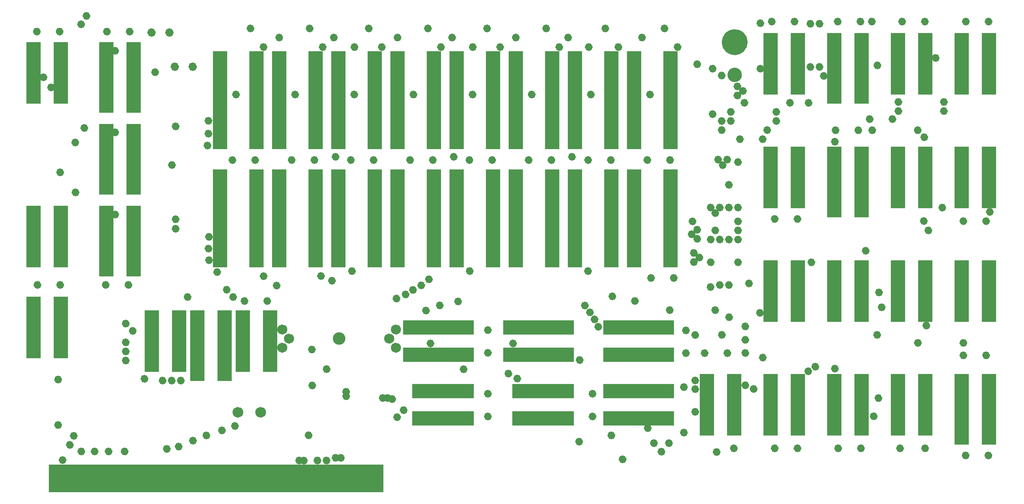
<source format=gts>
%TF.GenerationSoftware,KiCad,Pcbnew,7.0.6*%
%TF.CreationDate,2023-07-15T00:45:44+02:00*%
%TF.ProjectId,k-1008-visable-memory,6b2d3130-3038-42d7-9669-7361626c652d,rev?*%
%TF.SameCoordinates,Original*%
%TF.FileFunction,Soldermask,Top*%
%TF.FilePolarity,Negative*%
%FSLAX46Y46*%
G04 Gerber Fmt 4.6, Leading zero omitted, Abs format (unit mm)*
G04 Created by KiCad (PCBNEW 7.0.6) date 2023-07-15 00:45:44*
%MOMM*%
%LPD*%
G01*
G04 APERTURE LIST*
G04 Aperture macros list*
%AMRoundRect*
0 Rectangle with rounded corners*
0 $1 Rounding radius*
0 $2 $3 $4 $5 $6 $7 $8 $9 X,Y pos of 4 corners*
0 Add a 4 corners polygon primitive as box body*
4,1,4,$2,$3,$4,$5,$6,$7,$8,$9,$2,$3,0*
0 Add four circle primitives for the rounded corners*
1,1,$1+$1,$2,$3*
1,1,$1+$1,$4,$5*
1,1,$1+$1,$6,$7*
1,1,$1+$1,$8,$9*
0 Add four rect primitives between the rounded corners*
20,1,$1+$1,$2,$3,$4,$5,0*
20,1,$1+$1,$4,$5,$6,$7,0*
20,1,$1+$1,$6,$7,$8,$9,0*
20,1,$1+$1,$8,$9,$2,$3,0*%
G04 Aperture macros list end*
%ADD10C,1.100000*%
%ADD11C,1.100001*%
%ADD12C,1.200000*%
%ADD13C,1.500000*%
%ADD14C,3.600000*%
%ADD15C,2.000000*%
%ADD16C,1.400000*%
%ADD17C,0.120000*%
%ADD18C,0.100000*%
%ADD19C,1.800000*%
%ADD20RoundRect,0.600000X-1.000000X0.000000X1.000000X0.000000X1.000000X0.000000X-1.000000X0.000000X0*%
%ADD21C,2.000000*%
%ADD22RoundRect,0.600000X0.000000X-1.000000X0.000000X1.000000X0.000000X1.000000X0.000000X-1.000000X0*%
%ADD23C,1.600000*%
%ADD24C,2.400000*%
%ADD25C,6.500000*%
%ADD26C,3.500000*%
%ADD27O,3.500000X3.500000*%
%ADD28C,2.200000*%
G04 APERTURE END LIST*
D10*
X125570000Y-97190000D02*
G75*
G03*
X125570000Y-97190000I-550000J0D01*
G01*
X325260000Y-125200000D02*
G75*
G03*
X325260000Y-125200000I-550000J0D01*
G01*
X115320000Y-169770000D02*
G75*
G03*
X115320000Y-169770000I-550000J0D01*
G01*
X158560000Y-166570000D02*
G75*
G03*
X158560000Y-166570000I-550000J0D01*
G01*
X230650000Y-148800000D02*
G75*
G03*
X230650000Y-148800000I-550000J0D01*
G01*
X90030000Y-70240000D02*
G75*
G03*
X90030000Y-70240000I-550000J0D01*
G01*
X99540000Y-100430000D02*
G75*
G03*
X99540000Y-100430000I-550000J0D01*
G01*
X231520000Y-139180000D02*
G75*
G03*
X231520000Y-139180000I-550000J0D01*
G01*
X313500000Y-149300000D02*
G75*
G03*
X313500000Y-149300000I-550000J0D01*
G01*
X196790000Y-166600000D02*
G75*
G03*
X196790000Y-166600000I-550000J0D01*
G01*
X176860000Y-174940000D02*
G75*
G03*
X176860000Y-174940000I-550000J0D01*
G01*
X125000000Y-185100000D02*
G75*
G03*
X125000000Y-185100000I-550000J0D01*
G01*
X165630000Y-139180000D02*
G75*
G03*
X165630000Y-139180000I-550000J0D01*
G01*
X280310000Y-163340000D02*
G75*
G03*
X280310000Y-163340000I-550000J0D01*
G01*
X209300000Y-167820000D02*
G75*
G03*
X209300000Y-167820000I-550000J0D01*
G01*
X99540000Y-77640000D02*
G75*
G03*
X99540000Y-77640000I-550000J0D01*
G01*
X325960000Y-154400000D02*
G75*
G03*
X325960000Y-154400000I-550000J0D01*
G01*
X234390000Y-154740000D02*
G75*
G03*
X234390000Y-154740000I-550000J0D01*
G01*
X130670000Y-144390000D02*
G75*
G03*
X130670000Y-144390000I-550000J0D01*
G01*
X211770000Y-169210000D02*
G75*
G03*
X211770000Y-169210000I-550000J0D01*
G01*
X211370000Y-73940000D02*
G75*
G03*
X211370000Y-73940000I-550000J0D01*
G01*
X293090000Y-92190000D02*
G75*
G03*
X293090000Y-92190000I-550000J0D01*
G01*
X121240000Y-186560000D02*
G75*
G03*
X121240000Y-186560000I-550000J0D01*
G01*
X155990000Y-192100000D02*
G75*
G03*
X155990000Y-192100000I-550000J0D01*
G01*
X265730000Y-143630000D02*
G75*
G03*
X265730000Y-143630000I-550000J0D01*
G01*
X107720000Y-169270000D02*
G75*
G03*
X107720000Y-169270000I-550000J0D01*
G01*
X128010000Y-139450000D02*
G75*
G03*
X128010000Y-139450000I-550000J0D01*
G01*
X160050000Y-141870000D02*
G75*
G03*
X160050000Y-141870000I-550000J0D01*
G01*
X343670000Y-122650000D02*
G75*
G03*
X343670000Y-122650000I-550000J0D01*
G01*
X292990000Y-167170000D02*
G75*
G03*
X292990000Y-167170000I-550000J0D01*
G01*
X229190000Y-164040000D02*
G75*
G03*
X229190000Y-164040000I-550000J0D01*
G01*
X84860000Y-191990000D02*
G75*
G03*
X84860000Y-191990000I-550000J0D01*
G01*
X116410000Y-98760000D02*
G75*
G03*
X116410000Y-98760000I-550000J0D01*
G01*
X145330000Y-73940000D02*
G75*
G03*
X145330000Y-73940000I-550000J0D01*
G01*
X102490000Y-159090000D02*
G75*
G03*
X102490000Y-159090000I-550000J0D01*
G01*
X244620000Y-147530000D02*
G75*
G03*
X244620000Y-147530000I-550000J0D01*
G01*
X93800000Y-189570000D02*
G75*
G03*
X93800000Y-189570000I-550000J0D01*
G01*
X153520000Y-185060000D02*
G75*
G03*
X153520000Y-185060000I-550000J0D01*
G01*
X294980000Y-165890000D02*
G75*
G03*
X294980000Y-165890000I-550000J0D01*
G01*
X229040000Y-186840000D02*
G75*
G03*
X229040000Y-186840000I-550000J0D01*
G01*
X272230000Y-188690000D02*
G75*
G03*
X272230000Y-188690000I-550000J0D01*
G01*
X112780000Y-169770000D02*
G75*
G03*
X112780000Y-169770000I-550000J0D01*
G01*
X227050000Y-107260000D02*
G75*
G03*
X227050000Y-107260000I-550000J0D01*
G01*
X174220000Y-174640000D02*
G75*
G03*
X174220000Y-174640000I-550000J0D01*
G01*
X300430000Y-103040000D02*
G75*
G03*
X300430000Y-103040000I-550000J0D01*
G01*
X268900000Y-157000000D02*
G75*
G03*
X268900000Y-157000000I-550000J0D01*
G01*
X198500000Y-139180000D02*
G75*
G03*
X198500000Y-139180000I-550000J0D01*
G01*
X84180000Y-111600000D02*
G75*
G03*
X84180000Y-111600000I-550000J0D01*
G01*
X154550000Y-171140000D02*
G75*
G03*
X154550000Y-171140000I-550000J0D01*
G01*
X102490000Y-161630000D02*
G75*
G03*
X102490000Y-161630000I-550000J0D01*
G01*
X310750000Y-69480000D02*
G75*
G03*
X310750000Y-69480000I-550000J0D01*
G01*
X125300000Y-104110000D02*
G75*
G03*
X125300000Y-104110000I-550000J0D01*
G01*
X90080000Y-189570000D02*
G75*
G03*
X90080000Y-189570000I-550000J0D01*
G01*
X267430000Y-189730000D02*
G75*
G03*
X267430000Y-189730000I-550000J0D01*
G01*
X184980000Y-143170000D02*
G75*
G03*
X184980000Y-143170000I-550000J0D01*
G01*
X156990000Y-140560000D02*
G75*
G03*
X156990000Y-140560000I-550000J0D01*
G01*
X117860000Y-169770000D02*
G75*
G03*
X117860000Y-169770000I-550000J0D01*
G01*
X164020000Y-174150000D02*
G75*
G03*
X164020000Y-174150000I-550000J0D01*
G01*
X178240000Y-180000000D02*
G75*
G03*
X178240000Y-180000000I-550000J0D01*
G01*
X161050000Y-107260000D02*
G75*
G03*
X161050000Y-107260000I-550000J0D01*
G01*
X86880000Y-187740000D02*
G75*
G03*
X86880000Y-187740000I-550000J0D01*
G01*
X186290000Y-150210000D02*
G75*
G03*
X186290000Y-150210000I-550000J0D01*
G01*
X241180000Y-191770000D02*
G75*
G03*
X241180000Y-191770000I-550000J0D01*
G01*
X175570000Y-174640000D02*
G75*
G03*
X175570000Y-174640000I-550000J0D01*
G01*
X178350000Y-73940000D02*
G75*
G03*
X178350000Y-73940000I-550000J0D01*
G01*
X233350000Y-152670000D02*
G75*
G03*
X233350000Y-152670000I-550000J0D01*
G01*
X232060000Y-150710000D02*
G75*
G03*
X232060000Y-150710000I-550000J0D01*
G01*
X90920000Y-99200000D02*
G75*
G03*
X90920000Y-99200000I-550000J0D01*
G01*
X330410000Y-121450000D02*
G75*
G03*
X330410000Y-121450000I-550000J0D01*
G01*
X187120000Y-141480000D02*
G75*
G03*
X187120000Y-141480000I-550000J0D01*
G01*
X110690000Y-83620000D02*
G75*
G03*
X110690000Y-83620000I-550000J0D01*
G01*
X190140000Y-148770000D02*
G75*
G03*
X190140000Y-148770000I-550000J0D01*
G01*
X97700000Y-189570000D02*
G75*
G03*
X97700000Y-189570000I-550000J0D01*
G01*
X262000000Y-81390000D02*
G75*
G03*
X262000000Y-81390000I-550000J0D01*
G01*
X312230000Y-157000000D02*
G75*
G03*
X312230000Y-157000000I-550000J0D01*
G01*
X87980000Y-185210000D02*
G75*
G03*
X87980000Y-185210000I-550000J0D01*
G01*
X199300000Y-89860000D02*
G75*
G03*
X199300000Y-89860000I-550000J0D01*
G01*
X116410000Y-124710000D02*
G75*
G03*
X116410000Y-124710000I-550000J0D01*
G01*
X309030000Y-133500000D02*
G75*
G03*
X309030000Y-133500000I-550000J0D01*
G01*
X312300000Y-81710000D02*
G75*
G03*
X312300000Y-81710000I-550000J0D01*
G01*
X125580000Y-132910000D02*
G75*
G03*
X125580000Y-132910000I-550000J0D01*
G01*
X104440000Y-155890000D02*
G75*
G03*
X104440000Y-155890000I-550000J0D01*
G01*
X154430000Y-161100000D02*
G75*
G03*
X154430000Y-161100000I-550000J0D01*
G01*
X125730000Y-129620000D02*
G75*
G03*
X125730000Y-129620000I-550000J0D01*
G01*
X158530000Y-192100000D02*
G75*
G03*
X158530000Y-192100000I-550000J0D01*
G01*
X88470000Y-117200000D02*
G75*
G03*
X88470000Y-117200000I-550000J0D01*
G01*
X102180000Y-189570000D02*
G75*
G03*
X102180000Y-189570000I-550000J0D01*
G01*
X328560000Y-79640000D02*
G75*
G03*
X328560000Y-79640000I-550000J0D01*
G01*
X113950000Y-188860000D02*
G75*
G03*
X113950000Y-188860000I-550000J0D01*
G01*
X117260000Y-188210000D02*
G75*
G03*
X117260000Y-188210000I-550000J0D01*
G01*
X115380000Y-109550000D02*
G75*
G03*
X115380000Y-109550000I-550000J0D01*
G01*
X116410000Y-127350000D02*
G75*
G03*
X116410000Y-127350000I-550000J0D01*
G01*
X297330000Y-84660000D02*
G75*
G03*
X297330000Y-84660000I-550000J0D01*
G01*
X91520000Y-67890000D02*
G75*
G03*
X91520000Y-67890000I-550000J0D01*
G01*
X81650000Y-87870000D02*
G75*
G03*
X81650000Y-87870000I-550000J0D01*
G01*
X133260000Y-89860000D02*
G75*
G03*
X133260000Y-89860000I-550000J0D01*
G01*
X275430000Y-154630000D02*
G75*
G03*
X275430000Y-154630000I-550000J0D01*
G01*
X312590000Y-174670000D02*
G75*
G03*
X312590000Y-174670000I-550000J0D01*
G01*
X182670000Y-144450000D02*
G75*
G03*
X182670000Y-144450000I-550000J0D01*
G01*
X125570000Y-100790000D02*
G75*
G03*
X125570000Y-100790000I-550000J0D01*
G01*
X162530000Y-191360000D02*
G75*
G03*
X162530000Y-191360000I-550000J0D01*
G01*
X79530000Y-85040000D02*
G75*
G03*
X79530000Y-85040000I-550000J0D01*
G01*
X180600000Y-145710000D02*
G75*
G03*
X180600000Y-145710000I-550000J0D01*
G01*
X88400000Y-103260000D02*
G75*
G03*
X88400000Y-103260000I-550000J0D01*
G01*
X187550000Y-159400000D02*
G75*
G03*
X187550000Y-159400000I-550000J0D01*
G01*
X102490000Y-153850000D02*
G75*
G03*
X102490000Y-153850000I-550000J0D01*
G01*
X238320000Y-146240000D02*
G75*
G03*
X238320000Y-146240000I-550000J0D01*
G01*
X144610000Y-143230000D02*
G75*
G03*
X144610000Y-143230000I-550000J0D01*
G01*
X232320000Y-89860000D02*
G75*
G03*
X232320000Y-89860000I-550000J0D01*
G01*
X166280000Y-89850000D02*
G75*
G03*
X166280000Y-89850000I-550000J0D01*
G01*
X277760000Y-172120000D02*
G75*
G03*
X277760000Y-172120000I-550000J0D01*
G01*
X125730000Y-136140000D02*
G75*
G03*
X125730000Y-136140000I-550000J0D01*
G01*
X164020000Y-172920000D02*
G75*
G03*
X164020000Y-172920000I-550000J0D01*
G01*
X275430000Y-162060000D02*
G75*
G03*
X275430000Y-162060000I-550000J0D01*
G01*
X149770000Y-89860000D02*
G75*
G03*
X149770000Y-89860000I-550000J0D01*
G01*
X132970000Y-182460000D02*
G75*
G03*
X132970000Y-182460000I-550000J0D01*
G01*
X194040000Y-107260000D02*
G75*
G03*
X194040000Y-107260000I-550000J0D01*
G01*
X293880000Y-136730000D02*
G75*
G03*
X293880000Y-136730000I-550000J0D01*
G01*
X248830000Y-89860000D02*
G75*
G03*
X248830000Y-89860000I-550000J0D01*
G01*
X238040000Y-185090000D02*
G75*
G03*
X238040000Y-185090000I-550000J0D01*
G01*
X178060000Y-146860000D02*
G75*
G03*
X178060000Y-146860000I-550000J0D01*
G01*
X102490000Y-164170000D02*
G75*
G03*
X102490000Y-164170000I-550000J0D01*
G01*
X195260000Y-147670000D02*
G75*
G03*
X195260000Y-147670000I-550000J0D01*
G01*
X215810000Y-89860000D02*
G75*
G03*
X215810000Y-89860000I-550000J0D01*
G01*
X140970000Y-140610000D02*
G75*
G03*
X140970000Y-140610000I-550000J0D01*
G01*
X150910000Y-192100000D02*
G75*
G03*
X150910000Y-192100000I-550000J0D01*
G01*
X326530000Y-127820000D02*
G75*
G03*
X326530000Y-127820000I-550000J0D01*
G01*
X210600000Y-159400000D02*
G75*
G03*
X210600000Y-159400000I-550000J0D01*
G01*
X276460000Y-142630000D02*
G75*
G03*
X276460000Y-142630000I-550000J0D01*
G01*
X300430000Y-166430000D02*
G75*
G03*
X300430000Y-166430000I-550000J0D01*
G01*
X312750000Y-145150000D02*
G75*
G03*
X312750000Y-145150000I-550000J0D01*
G01*
X325390000Y-101790000D02*
G75*
G03*
X325390000Y-101790000I-550000J0D01*
G01*
X270920000Y-152070000D02*
G75*
G03*
X270920000Y-152070000I-550000J0D01*
G01*
X182790000Y-89860000D02*
G75*
G03*
X182790000Y-89860000I-550000J0D01*
G01*
X311270000Y-179740000D02*
G75*
G03*
X311270000Y-179740000I-550000J0D01*
G01*
X279520000Y-150850000D02*
G75*
G03*
X279520000Y-150850000I-550000J0D01*
G01*
X248200000Y-183050000D02*
G75*
G03*
X248200000Y-183050000I-550000J0D01*
G01*
X180060000Y-178030000D02*
G75*
G03*
X180060000Y-178030000I-550000J0D01*
G01*
X246600000Y-73940000D02*
G75*
G03*
X246600000Y-73940000I-550000J0D01*
G01*
X129330000Y-183690000D02*
G75*
G03*
X129330000Y-183690000I-550000J0D01*
G01*
X99540000Y-123390000D02*
G75*
G03*
X99540000Y-123390000I-550000J0D01*
G01*
%TO.C,C23*%
X132262500Y-108170000D02*
G75*
G03*
X132262500Y-108170000I-550000J0D01*
G01*
X138612500Y-108170000D02*
G75*
G03*
X138612500Y-108170000I-550000J0D01*
G01*
%TO.C,C18*%
X336300000Y-162730000D02*
G75*
G03*
X336300000Y-162730000I-550000J0D01*
G01*
X342650000Y-162730000D02*
G75*
G03*
X342650000Y-162730000I-550000J0D01*
G01*
%TO.C,D4*%
X284080000Y-94710000D02*
G75*
G03*
X284080000Y-94710000I-550000J0D01*
G01*
X271380000Y-94710000D02*
G75*
G03*
X271380000Y-94710000I-550000J0D01*
G01*
%TO.C,C35*%
X97230000Y-72280000D02*
G75*
G03*
X97230000Y-72280000I-550000J0D01*
G01*
X103580000Y-72280000D02*
G75*
G03*
X103580000Y-72280000I-550000J0D01*
G01*
%TO.C,U17*%
G36*
X315500000Y-136160000D02*
G01*
X319500000Y-136160000D01*
X319500000Y-153400000D01*
X315500000Y-153400000D01*
X315500000Y-136160000D01*
G37*
G36*
X323120000Y-136160000D02*
G01*
X327120000Y-136160000D01*
X327120000Y-153400000D01*
X323120000Y-153400000D01*
X323120000Y-136160000D01*
G37*
%TO.C,R2*%
X258280000Y-171600000D02*
G75*
G03*
X258280000Y-171600000I-550000J0D01*
G01*
X258280000Y-184300000D02*
G75*
G03*
X258280000Y-184300000I-550000J0D01*
G01*
%TO.C,R8*%
X273390000Y-108730000D02*
G75*
G03*
X273390000Y-108730000I-550000J0D01*
G01*
X273390000Y-121430000D02*
G75*
G03*
X273390000Y-121430000I-550000J0D01*
G01*
%TO.C,C38*%
X173963973Y-76600000D02*
G75*
G03*
X173963973Y-76600000I-550000J0D01*
G01*
D11*
X170321763Y-71398385D02*
G75*
G03*
X170321763Y-71398385I-550000J0D01*
G01*
%TO.C,U24*%
G36*
X175800000Y-110760000D02*
G01*
X179800000Y-110760000D01*
X179800000Y-138160000D01*
X175800000Y-138160000D01*
X175800000Y-110760000D01*
G37*
G36*
X185960000Y-110760000D02*
G01*
X189960000Y-110760000D01*
X189960000Y-138160000D01*
X185960000Y-138160000D01*
X185960000Y-110760000D01*
G37*
%TO.C,C55*%
D12*
X116230000Y-82090000D02*
G75*
G03*
X116230000Y-82090000I-600000J0D01*
G01*
X121230000Y-82090000D02*
G75*
G03*
X121230000Y-82090000I-600000J0D01*
G01*
%TO.C,U47*%
G36*
X333280000Y-72660000D02*
G01*
X337280000Y-72660000D01*
X337280000Y-89900000D01*
X333280000Y-89900000D01*
X333280000Y-72660000D01*
G37*
G36*
X340900000Y-72660000D02*
G01*
X344900000Y-72660000D01*
X344900000Y-89900000D01*
X340900000Y-89900000D01*
X340900000Y-72660000D01*
G37*
%TO.C,U33*%
G36*
X94520000Y-98060000D02*
G01*
X98520000Y-98060000D01*
X98520000Y-117840000D01*
X94520000Y-117840000D01*
X94520000Y-98060000D01*
G37*
G36*
X102140000Y-98060000D02*
G01*
X106140000Y-98060000D01*
X106140000Y-117840000D01*
X102140000Y-117840000D01*
X102140000Y-98060000D01*
G37*
%TO.C,U9*%
G36*
X235220000Y-164560000D02*
G01*
X255000000Y-164560000D01*
X255000000Y-160560000D01*
X235220000Y-160560000D01*
X235220000Y-164560000D01*
G37*
G36*
X235220000Y-156940000D02*
G01*
X255000000Y-156940000D01*
X255000000Y-152940000D01*
X235220000Y-152940000D01*
X235220000Y-156940000D01*
G37*
%TO.C,C42*%
D10*
X240000000Y-76600000D02*
G75*
G03*
X240000000Y-76600000I-550000J0D01*
G01*
D11*
X236357790Y-71398385D02*
G75*
G03*
X236357790Y-71398385I-550000J0D01*
G01*
%TO.C,R3*%
D10*
X261440000Y-169740000D02*
G75*
G03*
X261440000Y-169740000I-550000J0D01*
G01*
X261440000Y-157040000D02*
G75*
G03*
X261440000Y-157040000I-550000J0D01*
G01*
%TO.C,R17*%
X293600000Y-82150000D02*
G75*
G03*
X293600000Y-82150000I-550000J0D01*
G01*
X293600000Y-70090000D02*
G75*
G03*
X293600000Y-70090000I-550000J0D01*
G01*
%TO.C,C34*%
X77680000Y-72280000D02*
G75*
G03*
X77680000Y-72280000I-550000J0D01*
G01*
X84030000Y-72280000D02*
G75*
G03*
X84030000Y-72280000I-550000J0D01*
G01*
%TO.C,S1*%
G36*
X119920000Y-150130000D02*
G01*
X123920000Y-150130000D01*
X123920000Y-169910000D01*
X119920000Y-169910000D01*
X119920000Y-150130000D01*
G37*
G36*
X127540000Y-150130000D02*
G01*
X131540000Y-150130000D01*
X131540000Y-169910000D01*
X127540000Y-169910000D01*
X127540000Y-150130000D01*
G37*
%TO.C,R10*%
X323560000Y-99830000D02*
G75*
G03*
X323560000Y-99830000I-550000J0D01*
G01*
X310860000Y-99830000D02*
G75*
G03*
X310860000Y-99830000I-550000J0D01*
G01*
%TO.C,Q6*%
X267840000Y-108040000D02*
G75*
G03*
X267840000Y-108040000I-550000J0D01*
G01*
X269110000Y-109590000D02*
G75*
G03*
X269110000Y-109590000I-550000J0D01*
G01*
X270380000Y-108040000D02*
G75*
G03*
X270380000Y-108040000I-550000J0D01*
G01*
%TO.C,U44*%
G36*
X279940000Y-72660000D02*
G01*
X283940000Y-72660000D01*
X283940000Y-89900000D01*
X279940000Y-89900000D01*
X279940000Y-72660000D01*
G37*
G36*
X287560000Y-72660000D02*
G01*
X291560000Y-72660000D01*
X291560000Y-89900000D01*
X287560000Y-89900000D01*
X287560000Y-72660000D01*
G37*
%TO.C,U2*%
G36*
X107220000Y-150130000D02*
G01*
X111220000Y-150130000D01*
X111220000Y-167370000D01*
X107220000Y-167370000D01*
X107220000Y-150130000D01*
G37*
G36*
X114840000Y-150130000D02*
G01*
X118840000Y-150130000D01*
X118840000Y-167370000D01*
X114840000Y-167370000D01*
X114840000Y-150130000D01*
G37*
%TO.C,C46*%
X282810000Y-69480000D02*
G75*
G03*
X282810000Y-69480000I-550000J0D01*
G01*
X289160000Y-69480000D02*
G75*
G03*
X289160000Y-69480000I-550000J0D01*
G01*
%TO.C,U41*%
G36*
X208820000Y-77740000D02*
G01*
X212820000Y-77740000D01*
X212820000Y-105140000D01*
X208820000Y-105140000D01*
X208820000Y-77740000D01*
G37*
G36*
X218980000Y-77740000D02*
G01*
X222980000Y-77740000D01*
X222980000Y-105140000D01*
X218980000Y-105140000D01*
X218980000Y-77740000D01*
G37*
%TO.C,U21*%
G36*
X126270000Y-110760000D02*
G01*
X130270000Y-110760000D01*
X130270000Y-138160000D01*
X126270000Y-138160000D01*
X126270000Y-110760000D01*
G37*
G36*
X136430000Y-110760000D02*
G01*
X140430000Y-110760000D01*
X140430000Y-138160000D01*
X136430000Y-138160000D01*
X136430000Y-110760000D01*
G37*
%TO.C,U12*%
G36*
X297720000Y-167910000D02*
G01*
X301720000Y-167910000D01*
X301720000Y-185150000D01*
X297720000Y-185150000D01*
X297720000Y-167910000D01*
G37*
G36*
X305340000Y-167910000D02*
G01*
X309340000Y-167910000D01*
X309340000Y-185150000D01*
X305340000Y-185150000D01*
X305340000Y-167910000D01*
G37*
%TO.C,U11*%
G36*
X279940000Y-167910000D02*
G01*
X283940000Y-167910000D01*
X283940000Y-185150000D01*
X279940000Y-185150000D01*
X279940000Y-167910000D01*
G37*
G36*
X287560000Y-167910000D02*
G01*
X291560000Y-167910000D01*
X291560000Y-185150000D01*
X287560000Y-185150000D01*
X287560000Y-167910000D01*
G37*
%TO.C,C24*%
X148800000Y-108160000D02*
G75*
G03*
X148800000Y-108160000I-550000J0D01*
G01*
X155150000Y-108160000D02*
G75*
G03*
X155150000Y-108160000I-550000J0D01*
G01*
%TO.C,U23*%
G36*
X159290000Y-110760000D02*
G01*
X163290000Y-110760000D01*
X163290000Y-138160000D01*
X159290000Y-138160000D01*
X159290000Y-110760000D01*
G37*
G36*
X169450000Y-110760000D02*
G01*
X173450000Y-110760000D01*
X173450000Y-138160000D01*
X169450000Y-138160000D01*
X169450000Y-110760000D01*
G37*
%TO.C,C50*%
X273390000Y-136720000D02*
G75*
G03*
X273390000Y-136720000I-550000J0D01*
G01*
X273390000Y-130370000D02*
G75*
G03*
X273390000Y-130370000I-550000J0D01*
G01*
%TO.C,U15*%
G36*
X279940000Y-136160000D02*
G01*
X283940000Y-136160000D01*
X283940000Y-153400000D01*
X279940000Y-153400000D01*
X279940000Y-136160000D01*
G37*
G36*
X287560000Y-136160000D02*
G01*
X291560000Y-136160000D01*
X291560000Y-153400000D01*
X287560000Y-153400000D01*
X287560000Y-136160000D01*
G37*
%TO.C,U25*%
G36*
X192310000Y-110760000D02*
G01*
X196310000Y-110760000D01*
X196310000Y-138160000D01*
X192310000Y-138160000D01*
X192310000Y-110760000D01*
G37*
G36*
X202470000Y-110760000D02*
G01*
X206470000Y-110760000D01*
X206470000Y-138160000D01*
X202470000Y-138160000D01*
X202470000Y-110760000D01*
G37*
%TO.C,U8*%
G36*
X235220000Y-182340000D02*
G01*
X255000000Y-182340000D01*
X255000000Y-178340000D01*
X235220000Y-178340000D01*
X235220000Y-182340000D01*
G37*
G36*
X235220000Y-174720000D02*
G01*
X255000000Y-174720000D01*
X255000000Y-170720000D01*
X235220000Y-170720000D01*
X235220000Y-174720000D01*
G37*
%TO.C,C15*%
X258850000Y-162100000D02*
G75*
G03*
X258850000Y-162100000I-550000J0D01*
G01*
X258850000Y-155750000D02*
G75*
G03*
X258850000Y-155750000I-550000J0D01*
G01*
%TO.C,C13*%
X135630000Y-147550000D02*
G75*
G03*
X135630000Y-147550000I-550000J0D01*
G01*
X141980000Y-147550000D02*
G75*
G03*
X141980000Y-147550000I-550000J0D01*
G01*
%TO.C,R6*%
X323600000Y-159240000D02*
G75*
G03*
X323600000Y-159240000I-550000J0D01*
G01*
X336300000Y-159240000D02*
G75*
G03*
X336300000Y-159240000I-550000J0D01*
G01*
%TO.C,C41*%
X223500000Y-76600000D02*
G75*
G03*
X223500000Y-76600000I-550000J0D01*
G01*
D11*
X219857790Y-71398385D02*
G75*
G03*
X219857790Y-71398385I-550000J0D01*
G01*
%TO.C,U7*%
G36*
X207280000Y-164560000D02*
G01*
X227060000Y-164560000D01*
X227060000Y-160560000D01*
X207280000Y-160560000D01*
X207280000Y-164560000D01*
G37*
G36*
X207280000Y-156940000D02*
G01*
X227060000Y-156940000D01*
X227060000Y-152940000D01*
X207280000Y-152940000D01*
X207280000Y-156940000D01*
G37*
%TO.C,C1*%
D13*
X140350000Y-178630000D02*
G75*
G03*
X140350000Y-178630000I-750000J0D01*
G01*
X134000000Y-178630000D02*
G75*
G03*
X134000000Y-178630000I-750000J0D01*
G01*
%TO.C,D3*%
D10*
X284080000Y-97250000D02*
G75*
G03*
X284080000Y-97250000I-550000J0D01*
G01*
X271380000Y-97250000D02*
G75*
G03*
X271380000Y-97250000I-550000J0D01*
G01*
%TO.C,J1*%
D14*
X273720000Y-75226000D02*
G75*
G03*
X273720000Y-75226000I-1800000J0D01*
G01*
D15*
X272920000Y-84370000D02*
G75*
G03*
X272920000Y-84370000I-1000000J0D01*
G01*
%TO.C,U14*%
G36*
X333280000Y-167910000D02*
G01*
X337280000Y-167910000D01*
X337280000Y-187690000D01*
X333280000Y-187690000D01*
X333280000Y-167910000D01*
G37*
G36*
X340900000Y-167910000D02*
G01*
X344900000Y-167910000D01*
X344900000Y-187690000D01*
X340900000Y-187690000D01*
X340900000Y-167910000D01*
G37*
%TO.C,U45*%
G36*
X297720000Y-72660000D02*
G01*
X301720000Y-72660000D01*
X301720000Y-92440000D01*
X297720000Y-92440000D01*
X297720000Y-72660000D01*
G37*
G36*
X305340000Y-72660000D02*
G01*
X309340000Y-72660000D01*
X309340000Y-92440000D01*
X305340000Y-92440000D01*
X305340000Y-72660000D01*
G37*
%TO.C,C39*%
D10*
X190477946Y-76600000D02*
G75*
G03*
X190477946Y-76600000I-550000J0D01*
G01*
D11*
X186835736Y-71398385D02*
G75*
G03*
X186835736Y-71398385I-550000J0D01*
G01*
%TO.C,U20*%
G36*
X94520000Y-120920000D02*
G01*
X98520000Y-120920000D01*
X98520000Y-140700000D01*
X94520000Y-140700000D01*
X94520000Y-120920000D01*
G37*
G36*
X102140000Y-120920000D02*
G01*
X106140000Y-120920000D01*
X106140000Y-140700000D01*
X102140000Y-140700000D01*
X102140000Y-120920000D01*
G37*
%TO.C,C5*%
D10*
X261450000Y-172150000D02*
G75*
G03*
X261450000Y-172150000I-550000J0D01*
G01*
X261450000Y-178500000D02*
G75*
G03*
X261450000Y-178500000I-550000J0D01*
G01*
%TO.C,R7*%
X260690000Y-125290000D02*
G75*
G03*
X260690000Y-125290000I-550000J0D01*
G01*
X273390000Y-125290000D02*
G75*
G03*
X273390000Y-125290000I-550000J0D01*
G01*
%TO.C,C12*%
X96890000Y-143040000D02*
G75*
G03*
X96890000Y-143040000I-550000J0D01*
G01*
X103240000Y-143040000D02*
G75*
G03*
X103240000Y-143040000I-550000J0D01*
G01*
%TO.C,U38*%
G36*
X159290000Y-77740000D02*
G01*
X163290000Y-77740000D01*
X163290000Y-105140000D01*
X159290000Y-105140000D01*
X159290000Y-77740000D01*
G37*
G36*
X169450000Y-77740000D02*
G01*
X173450000Y-77740000D01*
X173450000Y-105140000D01*
X169450000Y-105140000D01*
X169450000Y-77740000D01*
G37*
%TO.C,C4*%
X232780000Y-179800000D02*
G75*
G03*
X232780000Y-179800000I-550000J0D01*
G01*
X232780000Y-173450000D02*
G75*
G03*
X232780000Y-173450000I-550000J0D01*
G01*
%TO.C,Q2*%
D16*
X178060000Y-160580000D02*
G75*
G03*
X178060000Y-160580000I-700000J0D01*
G01*
X176180000Y-158040000D02*
G75*
G03*
X176180000Y-158040000I-700000J0D01*
G01*
X178060000Y-155500000D02*
G75*
G03*
X178060000Y-155500000I-700000J0D01*
G01*
%TO.C,C9*%
D10*
X318630000Y-188690000D02*
G75*
G03*
X318630000Y-188690000I-550000J0D01*
G01*
X325610000Y-188690000D02*
G75*
G03*
X325610000Y-188690000I-550000J0D01*
G01*
%TO.C,C36*%
X140950000Y-76600000D02*
G75*
G03*
X140950000Y-76600000I-550000J0D01*
G01*
D11*
X137307790Y-71398385D02*
G75*
G03*
X137307790Y-71398385I-550000J0D01*
G01*
%TO.C,U4*%
G36*
X181880000Y-182340000D02*
G01*
X199120000Y-182340000D01*
X199120000Y-178340000D01*
X181880000Y-178340000D01*
X181880000Y-182340000D01*
G37*
G36*
X181880000Y-174720000D02*
G01*
X199120000Y-174720000D01*
X199120000Y-170720000D01*
X181880000Y-170720000D01*
X181880000Y-174720000D01*
G37*
%TO.C,U3*%
G36*
X132620000Y-150130000D02*
G01*
X136620000Y-150130000D01*
X136620000Y-167370000D01*
X132620000Y-167370000D01*
X132620000Y-150130000D01*
G37*
G36*
X140240000Y-150130000D02*
G01*
X144240000Y-150130000D01*
X144240000Y-167370000D01*
X140240000Y-167370000D01*
X140240000Y-150130000D01*
G37*
%TO.C,U1*%
G36*
X74200000Y-146320000D02*
G01*
X78200000Y-146320000D01*
X78200000Y-163560000D01*
X74200000Y-163560000D01*
X74200000Y-146320000D01*
G37*
G36*
X81820000Y-146320000D02*
G01*
X85820000Y-146320000D01*
X85820000Y-163560000D01*
X81820000Y-163560000D01*
X81820000Y-146320000D01*
G37*
%TO.C,U22*%
G36*
X142780000Y-110760000D02*
G01*
X146780000Y-110760000D01*
X146780000Y-138160000D01*
X142780000Y-138160000D01*
X142780000Y-110760000D01*
G37*
G36*
X152940000Y-110760000D02*
G01*
X156940000Y-110760000D01*
X156940000Y-138160000D01*
X152940000Y-138160000D01*
X152940000Y-110760000D01*
G37*
%TO.C,C7*%
D10*
X283640000Y-188690000D02*
G75*
G03*
X283640000Y-188690000I-550000J0D01*
G01*
X289990000Y-188690000D02*
G75*
G03*
X289990000Y-188690000I-550000J0D01*
G01*
%TO.C,C47*%
X301220000Y-69480000D02*
G75*
G03*
X301220000Y-69480000I-550000J0D01*
G01*
X307570000Y-69480000D02*
G75*
G03*
X307570000Y-69480000I-550000J0D01*
G01*
%TO.C,Q3*%
X261060000Y-136660000D02*
G75*
G03*
X261060000Y-136660000I-550000J0D01*
G01*
X262610000Y-135390000D02*
G75*
G03*
X262610000Y-135390000I-550000J0D01*
G01*
X261060000Y-134120000D02*
G75*
G03*
X261060000Y-134120000I-550000J0D01*
G01*
%TO.C,R19*%
X268300000Y-130370000D02*
G75*
G03*
X268300000Y-130370000I-550000J0D01*
G01*
X268300000Y-143070000D02*
G75*
G03*
X268300000Y-143070000I-550000J0D01*
G01*
D17*
%TO.C,J2*%
X80510000Y-200840000D02*
X173750000Y-200840000D01*
X173750000Y-200840000D02*
X173750000Y-193260000D01*
X173750000Y-193260000D02*
X80510000Y-193260000D01*
X80510000Y-193260000D02*
X80510000Y-200840000D01*
G36*
X80510000Y-200840000D02*
G01*
X173750000Y-200840000D01*
X173750000Y-193260000D01*
X80510000Y-193260000D01*
X80510000Y-200840000D01*
G37*
%TO.C,R12*%
D10*
X330860000Y-94480000D02*
G75*
G03*
X330860000Y-94480000I-550000J0D01*
G01*
X318160000Y-94480000D02*
G75*
G03*
X318160000Y-94480000I-550000J0D01*
G01*
%TO.C,C11*%
X77840000Y-143040000D02*
G75*
G03*
X77840000Y-143040000I-550000J0D01*
G01*
X84190000Y-143040000D02*
G75*
G03*
X84190000Y-143040000I-550000J0D01*
G01*
%TO.C,C26*%
X181850000Y-108160000D02*
G75*
G03*
X181850000Y-108160000I-550000J0D01*
G01*
X188200000Y-108160000D02*
G75*
G03*
X188200000Y-108160000I-550000J0D01*
G01*
%TO.C,C54*%
X225970000Y-73940000D02*
G75*
G03*
X225970000Y-73940000I-550000J0D01*
G01*
X231734387Y-76603521D02*
G75*
G03*
X231734387Y-76603521I-550000J0D01*
G01*
%TO.C,U13*%
G36*
X315500000Y-167910000D02*
G01*
X319500000Y-167910000D01*
X319500000Y-185150000D01*
X315500000Y-185150000D01*
X315500000Y-167910000D01*
G37*
G36*
X323120000Y-167910000D02*
G01*
X327120000Y-167910000D01*
X327120000Y-185150000D01*
X323120000Y-185150000D01*
X323120000Y-167910000D01*
G37*
%TO.C,U36*%
G36*
X126270000Y-77740000D02*
G01*
X130270000Y-77740000D01*
X130270000Y-105140000D01*
X126270000Y-105140000D01*
X126270000Y-77740000D01*
G37*
G36*
X136430000Y-77740000D02*
G01*
X140430000Y-77740000D01*
X140430000Y-105140000D01*
X136430000Y-105140000D01*
X136430000Y-77740000D01*
G37*
%TO.C,C30*%
X248070000Y-108160000D02*
G75*
G03*
X248070000Y-108160000I-550000J0D01*
G01*
X254420000Y-108160000D02*
G75*
G03*
X254420000Y-108160000I-550000J0D01*
G01*
%TO.C,C43*%
X256520000Y-76600000D02*
G75*
G03*
X256520000Y-76600000I-550000J0D01*
G01*
D11*
X252877790Y-71398385D02*
G75*
G03*
X252877790Y-71398385I-550000J0D01*
G01*
%TO.C,U28*%
G36*
X241840000Y-110760000D02*
G01*
X245840000Y-110760000D01*
X245840000Y-138160000D01*
X241840000Y-138160000D01*
X241840000Y-110760000D01*
G37*
G36*
X252000000Y-110760000D02*
G01*
X256000000Y-110760000D01*
X256000000Y-138160000D01*
X252000000Y-138160000D01*
X252000000Y-110760000D01*
G37*
%TO.C,U5*%
G36*
X179340000Y-164560000D02*
G01*
X199120000Y-164560000D01*
X199120000Y-160560000D01*
X179340000Y-160560000D01*
X179340000Y-164560000D01*
G37*
G36*
X179340000Y-156940000D02*
G01*
X199120000Y-156940000D01*
X199120000Y-152940000D01*
X179340000Y-152940000D01*
X179340000Y-156940000D01*
G37*
%TO.C,C17*%
D10*
X270420000Y-162100000D02*
G75*
G03*
X270420000Y-162100000I-550000J0D01*
G01*
X264070000Y-162100000D02*
G75*
G03*
X264070000Y-162100000I-550000J0D01*
G01*
%TO.C,R14*%
X266300000Y-95340000D02*
G75*
G03*
X266300000Y-95340000I-550000J0D01*
G01*
X266300000Y-82640000D02*
G75*
G03*
X266300000Y-82640000I-550000J0D01*
G01*
%TO.C,U31*%
G36*
X315500000Y-104410000D02*
G01*
X319500000Y-104410000D01*
X319500000Y-121650000D01*
X315500000Y-121650000D01*
X315500000Y-104410000D01*
G37*
G36*
X323120000Y-104410000D02*
G01*
X327120000Y-104410000D01*
X327120000Y-121650000D01*
X323120000Y-121650000D01*
X323120000Y-104410000D01*
G37*
%TO.C,U43*%
G36*
X241840000Y-77740000D02*
G01*
X245840000Y-77740000D01*
X245840000Y-105140000D01*
X241840000Y-105140000D01*
X241840000Y-77740000D01*
G37*
G36*
X252000000Y-77740000D02*
G01*
X256000000Y-77740000D01*
X256000000Y-105140000D01*
X252000000Y-105140000D01*
X252000000Y-77740000D01*
G37*
%TO.C,U30*%
G36*
X297720000Y-104410000D02*
G01*
X301720000Y-104410000D01*
X301720000Y-124190000D01*
X297720000Y-124190000D01*
X297720000Y-104410000D01*
G37*
G36*
X305340000Y-104410000D02*
G01*
X309340000Y-104410000D01*
X309340000Y-124190000D01*
X305340000Y-124190000D01*
X305340000Y-104410000D01*
G37*
%TO.C,R15*%
X275190000Y-92170000D02*
G75*
G03*
X275190000Y-92170000I-550000J0D01*
G01*
X287890000Y-92170000D02*
G75*
G03*
X287890000Y-92170000I-550000J0D01*
G01*
%TO.C,R13*%
X318160000Y-91940000D02*
G75*
G03*
X318160000Y-91940000I-550000J0D01*
G01*
X330860000Y-91940000D02*
G75*
G03*
X330860000Y-91940000I-550000J0D01*
G01*
%TO.C,U34*%
G36*
X74200000Y-75200000D02*
G01*
X78200000Y-75200000D01*
X78200000Y-92440000D01*
X74200000Y-92440000D01*
X74200000Y-75200000D01*
G37*
G36*
X81820000Y-75200000D02*
G01*
X85820000Y-75200000D01*
X85820000Y-92440000D01*
X81820000Y-92440000D01*
X81820000Y-75200000D01*
G37*
%TO.C,Q4*%
X262010000Y-127630000D02*
G75*
G03*
X262010000Y-127630000I-550000J0D01*
G01*
X260460000Y-128900000D02*
G75*
G03*
X260460000Y-128900000I-550000J0D01*
G01*
X262010000Y-130170000D02*
G75*
G03*
X262010000Y-130170000I-550000J0D01*
G01*
%TO.C,U27*%
G36*
X225330000Y-110760000D02*
G01*
X229330000Y-110760000D01*
X229330000Y-138160000D01*
X225330000Y-138160000D01*
X225330000Y-110760000D01*
G37*
G36*
X235490000Y-110760000D02*
G01*
X239490000Y-110760000D01*
X239490000Y-138160000D01*
X235490000Y-138160000D01*
X235490000Y-110760000D01*
G37*
%TO.C,C25*%
X165320000Y-108160000D02*
G75*
G03*
X165320000Y-108160000I-550000J0D01*
G01*
X171670000Y-108160000D02*
G75*
G03*
X171670000Y-108160000I-550000J0D01*
G01*
%TO.C,U18*%
G36*
X333280000Y-136160000D02*
G01*
X337280000Y-136160000D01*
X337280000Y-153400000D01*
X333280000Y-153400000D01*
X333280000Y-136160000D01*
G37*
G36*
X340900000Y-136160000D02*
G01*
X344900000Y-136160000D01*
X344900000Y-153400000D01*
X340900000Y-153400000D01*
X340900000Y-136160000D01*
G37*
%TO.C,Q5*%
X265770000Y-121430000D02*
G75*
G03*
X265770000Y-121430000I-550000J0D01*
G01*
X267040000Y-122980000D02*
G75*
G03*
X267040000Y-122980000I-550000J0D01*
G01*
X268310000Y-121430000D02*
G75*
G03*
X268310000Y-121430000I-550000J0D01*
G01*
%TO.C,C19*%
X265770000Y-136720000D02*
G75*
G03*
X265770000Y-136720000I-550000J0D01*
G01*
X265770000Y-130370000D02*
G75*
G03*
X265770000Y-130370000I-550000J0D01*
G01*
%TO.C,D2*%
X268840000Y-97250000D02*
G75*
G03*
X268840000Y-97250000I-550000J0D01*
G01*
X268840000Y-84550000D02*
G75*
G03*
X268840000Y-84550000I-550000J0D01*
G01*
%TO.C,C20*%
X273390000Y-127820000D02*
G75*
G03*
X273390000Y-127820000I-550000J0D01*
G01*
X267040000Y-127820000D02*
G75*
G03*
X267040000Y-127820000I-550000J0D01*
G01*
%TO.C,C37*%
X157460000Y-76600000D02*
G75*
G03*
X157460000Y-76600000I-550000J0D01*
G01*
D11*
X153817790Y-71398385D02*
G75*
G03*
X153817790Y-71398385I-550000J0D01*
G01*
%TO.C,C14*%
D10*
X203570000Y-162020000D02*
G75*
G03*
X203570000Y-162020000I-550000J0D01*
G01*
X203570000Y-155670000D02*
G75*
G03*
X203570000Y-155670000I-550000J0D01*
G01*
%TO.C,C49*%
X336980000Y-69480000D02*
G75*
G03*
X336980000Y-69480000I-550000J0D01*
G01*
X343330000Y-69480000D02*
G75*
G03*
X343330000Y-69480000I-550000J0D01*
G01*
%TO.C,C28*%
X214950000Y-108160000D02*
G75*
G03*
X214950000Y-108160000I-550000J0D01*
G01*
X221300000Y-108160000D02*
G75*
G03*
X221300000Y-108160000I-550000J0D01*
G01*
%TO.C,R9*%
X268840000Y-99790000D02*
G75*
G03*
X268840000Y-99790000I-550000J0D01*
G01*
X281540000Y-99790000D02*
G75*
G03*
X281540000Y-99790000I-550000J0D01*
G01*
%TO.C,U37*%
G36*
X142780000Y-77740000D02*
G01*
X146780000Y-77740000D01*
X146780000Y-105140000D01*
X142780000Y-105140000D01*
X142780000Y-77740000D01*
G37*
G36*
X152940000Y-77740000D02*
G01*
X156940000Y-77740000D01*
X156940000Y-105140000D01*
X152940000Y-105140000D01*
X152940000Y-77740000D01*
G37*
%TO.C,C29*%
X231550000Y-108160000D02*
G75*
G03*
X231550000Y-108160000I-550000J0D01*
G01*
X237900000Y-108160000D02*
G75*
G03*
X237900000Y-108160000I-550000J0D01*
G01*
%TO.C,C52*%
X160570000Y-73940000D02*
G75*
G03*
X160570000Y-73940000I-550000J0D01*
G01*
X166334387Y-76603521D02*
G75*
G03*
X166334387Y-76603521I-550000J0D01*
G01*
%TO.C,C27*%
X198420000Y-108160000D02*
G75*
G03*
X198420000Y-108160000I-550000J0D01*
G01*
X204770000Y-108160000D02*
G75*
G03*
X204770000Y-108160000I-550000J0D01*
G01*
%TO.C,C16*%
X255460000Y-141110000D02*
G75*
G03*
X255460000Y-141110000I-550000J0D01*
G01*
X249110000Y-141110000D02*
G75*
G03*
X249110000Y-141110000I-550000J0D01*
G01*
%TO.C,D1*%
X83610000Y-182180000D02*
G75*
G03*
X83610000Y-182180000I-550000J0D01*
G01*
X83610000Y-169480000D02*
G75*
G03*
X83610000Y-169480000I-550000J0D01*
G01*
%TO.C,C48*%
X319200000Y-69480000D02*
G75*
G03*
X319200000Y-69480000I-550000J0D01*
G01*
X325550000Y-69480000D02*
G75*
G03*
X325550000Y-69480000I-550000J0D01*
G01*
%TO.C,R16*%
X279640000Y-82640000D02*
G75*
G03*
X279640000Y-82640000I-550000J0D01*
G01*
X279640000Y-69940000D02*
G75*
G03*
X279640000Y-69940000I-550000J0D01*
G01*
%TO.C,P1*%
X252010000Y-189640000D02*
G75*
G03*
X252010000Y-189640000I-550000J0D01*
G01*
X249920000Y-187250000D02*
G75*
G03*
X249920000Y-187250000I-550000J0D01*
G01*
X254110000Y-187250000D02*
G75*
G03*
X254110000Y-187250000I-550000J0D01*
G01*
D18*
X245030000Y-182450000D02*
G75*
G03*
X245030000Y-182450000I0J0D01*
G01*
%TO.C,U10*%
G36*
X262160000Y-167910000D02*
G01*
X266160000Y-167910000D01*
X266160000Y-185150000D01*
X262160000Y-185150000D01*
X262160000Y-167910000D01*
G37*
G36*
X269780000Y-167910000D02*
G01*
X273780000Y-167910000D01*
X273780000Y-185150000D01*
X269780000Y-185150000D01*
X269780000Y-167910000D01*
G37*
%TO.C,C8*%
D10*
X301350000Y-188690000D02*
G75*
G03*
X301350000Y-188690000I-550000J0D01*
G01*
X307700000Y-188690000D02*
G75*
G03*
X307700000Y-188690000I-550000J0D01*
G01*
%TO.C,U42*%
G36*
X225330000Y-77740000D02*
G01*
X229330000Y-77740000D01*
X229330000Y-105140000D01*
X225330000Y-105140000D01*
X225330000Y-77740000D01*
G37*
G36*
X235490000Y-77740000D02*
G01*
X239490000Y-77740000D01*
X239490000Y-105140000D01*
X235490000Y-105140000D01*
X235490000Y-77740000D01*
G37*
%TO.C,C53*%
X193590000Y-73940000D02*
G75*
G03*
X193590000Y-73940000I-550000J0D01*
G01*
X199354387Y-76603521D02*
G75*
G03*
X199354387Y-76603521I-550000J0D01*
G01*
%TO.C,U46*%
G36*
X315500000Y-72660000D02*
G01*
X319500000Y-72660000D01*
X319500000Y-89900000D01*
X315500000Y-89900000D01*
X315500000Y-72660000D01*
G37*
G36*
X323120000Y-72660000D02*
G01*
X327120000Y-72660000D01*
X327120000Y-89900000D01*
X323120000Y-89900000D01*
X323120000Y-72660000D01*
G37*
%TO.C,R20*%
X270850000Y-130370000D02*
G75*
G03*
X270850000Y-130370000I-550000J0D01*
G01*
X270850000Y-143070000D02*
G75*
G03*
X270850000Y-143070000I-550000J0D01*
G01*
%TO.C,U16*%
G36*
X297720000Y-136160000D02*
G01*
X301720000Y-136160000D01*
X301720000Y-153400000D01*
X297720000Y-153400000D01*
X297720000Y-136160000D01*
G37*
G36*
X305340000Y-136160000D02*
G01*
X309340000Y-136160000D01*
X309340000Y-153400000D01*
X305340000Y-153400000D01*
X305340000Y-136160000D01*
G37*
%TO.C,C22*%
X336300000Y-125230000D02*
G75*
G03*
X336300000Y-125230000I-550000J0D01*
G01*
X342650000Y-125230000D02*
G75*
G03*
X342650000Y-125230000I-550000J0D01*
G01*
%TO.C,U29*%
G36*
X279940000Y-104410000D02*
G01*
X283940000Y-104410000D01*
X283940000Y-121650000D01*
X279940000Y-121650000D01*
X279940000Y-104410000D01*
G37*
G36*
X287560000Y-104410000D02*
G01*
X291560000Y-104410000D01*
X291560000Y-121650000D01*
X287560000Y-121650000D01*
X287560000Y-104410000D01*
G37*
%TO.C,R5*%
X275430000Y-158380000D02*
G75*
G03*
X275430000Y-158380000I-550000J0D01*
G01*
X275430000Y-171080000D02*
G75*
G03*
X275430000Y-171080000I-550000J0D01*
G01*
%TO.C,C31*%
X280270000Y-102330000D02*
G75*
G03*
X280270000Y-102330000I-550000J0D01*
G01*
X273920000Y-102330000D02*
G75*
G03*
X273920000Y-102330000I-550000J0D01*
G01*
%TO.C,R18*%
X296140000Y-70080000D02*
G75*
G03*
X296140000Y-70080000I-550000J0D01*
G01*
X296140000Y-82140000D02*
G75*
G03*
X296140000Y-82140000I-550000J0D01*
G01*
%TO.C,U32*%
G36*
X333280000Y-104410000D02*
G01*
X337280000Y-104410000D01*
X337280000Y-121650000D01*
X333280000Y-121650000D01*
X333280000Y-104410000D01*
G37*
G36*
X340900000Y-104410000D02*
G01*
X344900000Y-104410000D01*
X344900000Y-121650000D01*
X340900000Y-121650000D01*
X340900000Y-104410000D01*
G37*
%TO.C,C32*%
X300620000Y-99830000D02*
G75*
G03*
X300620000Y-99830000I-550000J0D01*
G01*
X306970000Y-99830000D02*
G75*
G03*
X306970000Y-99830000I-550000J0D01*
G01*
%TO.C,U39*%
G36*
X175800000Y-77740000D02*
G01*
X179800000Y-77740000D01*
X179800000Y-105140000D01*
X175800000Y-105140000D01*
X175800000Y-77740000D01*
G37*
G36*
X185960000Y-77740000D02*
G01*
X189960000Y-77740000D01*
X189960000Y-105140000D01*
X185960000Y-105140000D01*
X185960000Y-77740000D01*
G37*
%TO.C,U40*%
G36*
X192310000Y-77740000D02*
G01*
X196310000Y-77740000D01*
X196310000Y-105140000D01*
X192310000Y-105140000D01*
X192310000Y-77740000D01*
G37*
G36*
X202470000Y-77740000D02*
G01*
X206470000Y-77740000D01*
X206470000Y-105140000D01*
X202470000Y-105140000D01*
X202470000Y-77740000D01*
G37*
%TO.C,C51*%
D12*
X114730000Y-72540000D02*
G75*
G03*
X114730000Y-72540000I-600000J0D01*
G01*
X109730000Y-72540000D02*
G75*
G03*
X109730000Y-72540000I-600000J0D01*
G01*
%TO.C,R1*%
D10*
X119750000Y-146430000D02*
G75*
G03*
X119750000Y-146430000I-550000J0D01*
G01*
X132450000Y-146430000D02*
G75*
G03*
X132450000Y-146430000I-550000J0D01*
G01*
%TO.C,U35*%
G36*
X94520000Y-75200000D02*
G01*
X98520000Y-75200000D01*
X98520000Y-94980000D01*
X94520000Y-94980000D01*
X94520000Y-75200000D01*
G37*
G36*
X102140000Y-75200000D02*
G01*
X106140000Y-75200000D01*
X106140000Y-94980000D01*
X102140000Y-94980000D01*
X102140000Y-75200000D01*
G37*
%TO.C,Q1*%
D16*
X146340000Y-155500000D02*
G75*
G03*
X146340000Y-155500000I-700000J0D01*
G01*
X148220000Y-158040000D02*
G75*
G03*
X148220000Y-158040000I-700000J0D01*
G01*
X146340000Y-160580000D02*
G75*
G03*
X146340000Y-160580000I-700000J0D01*
G01*
%TO.C,C21*%
D10*
X270850000Y-121430000D02*
G75*
G03*
X270850000Y-121430000I-550000J0D01*
G01*
X270850000Y-115080000D02*
G75*
G03*
X270850000Y-115080000I-550000J0D01*
G01*
%TO.C,U19*%
G36*
X74200000Y-120920000D02*
G01*
X78200000Y-120920000D01*
X78200000Y-138160000D01*
X74200000Y-138160000D01*
X74200000Y-120920000D01*
G37*
G36*
X81820000Y-120920000D02*
G01*
X85820000Y-120920000D01*
X85820000Y-138160000D01*
X81820000Y-138160000D01*
X81820000Y-120920000D01*
G37*
%TO.C,R4*%
X254330000Y-150090000D02*
G75*
G03*
X254330000Y-150090000I-550000J0D01*
G01*
X267030000Y-150090000D02*
G75*
G03*
X267030000Y-150090000I-550000J0D01*
G01*
%TO.C,C2*%
X152200000Y-192130000D02*
G75*
G03*
X152200000Y-192130000I-550000J0D01*
G01*
X161056171Y-191355185D02*
G75*
G03*
X161056171Y-191355185I-550000J0D01*
G01*
%TO.C,Q7*%
X273220000Y-90130000D02*
G75*
G03*
X273220000Y-90130000I-550000J0D01*
G01*
X274770000Y-88860000D02*
G75*
G03*
X274770000Y-88860000I-550000J0D01*
G01*
X273220000Y-87590000D02*
G75*
G03*
X273220000Y-87590000I-550000J0D01*
G01*
%TO.C,C45*%
X289990000Y-124620000D02*
G75*
G03*
X289990000Y-124620000I-550000J0D01*
G01*
X283640000Y-124620000D02*
G75*
G03*
X283640000Y-124620000I-550000J0D01*
G01*
%TO.C,U6*%
G36*
X209820000Y-182340000D02*
G01*
X227060000Y-182340000D01*
X227060000Y-178340000D01*
X209820000Y-178340000D01*
X209820000Y-182340000D01*
G37*
G36*
X209820000Y-174720000D02*
G01*
X227060000Y-174720000D01*
X227060000Y-170720000D01*
X209820000Y-170720000D01*
X209820000Y-174720000D01*
G37*
%TO.C,U26*%
G36*
X208820000Y-110760000D02*
G01*
X212820000Y-110760000D01*
X212820000Y-138160000D01*
X208820000Y-138160000D01*
X208820000Y-110760000D01*
G37*
G36*
X218980000Y-110760000D02*
G01*
X222980000Y-110760000D01*
X222980000Y-138160000D01*
X218980000Y-138160000D01*
X218980000Y-110760000D01*
G37*
%TO.C,C33*%
X316500000Y-96720000D02*
G75*
G03*
X316500000Y-96720000I-550000J0D01*
G01*
X310150000Y-96720000D02*
G75*
G03*
X310150000Y-96720000I-550000J0D01*
G01*
%TO.C,C10*%
X336930000Y-190690000D02*
G75*
G03*
X336930000Y-190690000I-550000J0D01*
G01*
X343280000Y-190690000D02*
G75*
G03*
X343280000Y-190690000I-550000J0D01*
G01*
%TO.C,C3*%
X203570000Y-173450000D02*
G75*
G03*
X203570000Y-173450000I-550000J0D01*
G01*
X203570000Y-179800000D02*
G75*
G03*
X203570000Y-179800000I-550000J0D01*
G01*
%TO.C,C40*%
X206990000Y-76600000D02*
G75*
G03*
X206990000Y-76600000I-550000J0D01*
G01*
D11*
X203347790Y-71398385D02*
G75*
G03*
X203347790Y-71398385I-550000J0D01*
G01*
%TD*%
D19*
%TO.C,C23*%
X131712500Y-108170000D03*
X138062500Y-108170000D03*
%TD*%
%TO.C,C18*%
X335750000Y-162730000D03*
X342100000Y-162730000D03*
%TD*%
%TO.C,D4*%
X283530000Y-94710000D03*
X270830000Y-94710000D03*
%TD*%
%TO.C,C35*%
X96680000Y-72280000D03*
X103030000Y-72280000D03*
%TD*%
D20*
%TO.C,U17*%
X317500000Y-137160000D03*
X317500000Y-139700000D03*
X317500000Y-142240000D03*
X317500000Y-144780000D03*
X317500000Y-147320000D03*
X317500000Y-149860000D03*
X317500000Y-152400000D03*
X325120000Y-152400000D03*
X325120000Y-149860000D03*
X325120000Y-147320000D03*
X325120000Y-144780000D03*
X325120000Y-142240000D03*
X325120000Y-139700000D03*
X325120000Y-137160000D03*
%TD*%
D19*
%TO.C,R2*%
X257730000Y-171600000D03*
X257730000Y-184300000D03*
%TD*%
%TO.C,R8*%
X272840000Y-108730000D03*
X272840000Y-121430000D03*
%TD*%
%TO.C,C38*%
X173413973Y-76600000D03*
X169771763Y-71398385D03*
%TD*%
D20*
%TO.C,U24*%
X177800000Y-111760000D03*
X177800000Y-114300000D03*
X177800000Y-116840000D03*
X177800000Y-119380000D03*
X177800000Y-121920000D03*
X177800000Y-124460000D03*
X177800000Y-127000000D03*
X177800000Y-129540000D03*
X177800000Y-132080000D03*
X177800000Y-134620000D03*
X177800000Y-137160000D03*
X187960000Y-137160000D03*
X187960000Y-134620000D03*
X187960000Y-132080000D03*
X187960000Y-129540000D03*
X187960000Y-127000000D03*
X187960000Y-124460000D03*
X187960000Y-121920000D03*
X187960000Y-119380000D03*
X187960000Y-116840000D03*
X187960000Y-114300000D03*
X187960000Y-111760000D03*
%TD*%
D21*
%TO.C,C55*%
X115630000Y-82090000D03*
X120630000Y-82090000D03*
%TD*%
D20*
%TO.C,U47*%
X335280000Y-73660000D03*
X335280000Y-76200000D03*
X335280000Y-78740000D03*
X335280000Y-81280000D03*
X335280000Y-83820000D03*
X335280000Y-86360000D03*
X335280000Y-88900000D03*
X342900000Y-88900000D03*
X342900000Y-86360000D03*
X342900000Y-83820000D03*
X342900000Y-81280000D03*
X342900000Y-78740000D03*
X342900000Y-76200000D03*
X342900000Y-73660000D03*
%TD*%
%TO.C,U33*%
X96520000Y-99060000D03*
X96520000Y-101600000D03*
X96520000Y-104140000D03*
X96520000Y-106680000D03*
X96520000Y-109220000D03*
X96520000Y-111760000D03*
X96520000Y-114300000D03*
X96520000Y-116840000D03*
X104140000Y-116840000D03*
X104140000Y-114300000D03*
X104140000Y-111760000D03*
X104140000Y-109220000D03*
X104140000Y-106680000D03*
X104140000Y-104140000D03*
X104140000Y-101600000D03*
X104140000Y-99060000D03*
%TD*%
D22*
%TO.C,U9*%
X236220000Y-162560000D03*
X238760000Y-162560000D03*
X241300000Y-162560000D03*
X243840000Y-162560000D03*
X246380000Y-162560000D03*
X248920000Y-162560000D03*
X251460000Y-162560000D03*
X254000000Y-162560000D03*
X254000000Y-154940000D03*
X251460000Y-154940000D03*
X248920000Y-154940000D03*
X246380000Y-154940000D03*
X243840000Y-154940000D03*
X241300000Y-154940000D03*
X238760000Y-154940000D03*
X236220000Y-154940000D03*
%TD*%
D19*
%TO.C,C42*%
X239450000Y-76600000D03*
X235807790Y-71398385D03*
%TD*%
%TO.C,R3*%
X260890000Y-169740000D03*
X260890000Y-157040000D03*
%TD*%
%TO.C,R17*%
X293050000Y-82150000D03*
X293050000Y-70090000D03*
%TD*%
%TO.C,C34*%
X77130000Y-72280000D03*
X83480000Y-72280000D03*
%TD*%
D20*
%TO.C,S1*%
X121920000Y-151130000D03*
X121920000Y-153670000D03*
X121920000Y-156210000D03*
X121920000Y-158750000D03*
X121920000Y-161290000D03*
X121920000Y-163830000D03*
X121920000Y-166370000D03*
X121920000Y-168910000D03*
X129540000Y-168910000D03*
X129540000Y-166370000D03*
X129540000Y-163830000D03*
X129540000Y-161290000D03*
X129540000Y-158750000D03*
X129540000Y-156210000D03*
X129540000Y-153670000D03*
X129540000Y-151130000D03*
%TD*%
D19*
%TO.C,R10*%
X323010000Y-99830000D03*
X310310000Y-99830000D03*
%TD*%
D23*
%TO.C,Q6*%
X267290000Y-108040000D03*
X268560000Y-109590000D03*
X269830000Y-108040000D03*
%TD*%
D20*
%TO.C,U44*%
X281940000Y-73660000D03*
X281940000Y-76200000D03*
X281940000Y-78740000D03*
X281940000Y-81280000D03*
X281940000Y-83820000D03*
X281940000Y-86360000D03*
X281940000Y-88900000D03*
X289560000Y-88900000D03*
X289560000Y-86360000D03*
X289560000Y-83820000D03*
X289560000Y-81280000D03*
X289560000Y-78740000D03*
X289560000Y-76200000D03*
X289560000Y-73660000D03*
%TD*%
%TO.C,U2*%
X109220000Y-151130000D03*
X109220000Y-153670000D03*
X109220000Y-156210000D03*
X109220000Y-158750000D03*
X109220000Y-161290000D03*
X109220000Y-163830000D03*
X109220000Y-166370000D03*
X116840000Y-166370000D03*
X116840000Y-163830000D03*
X116840000Y-161290000D03*
X116840000Y-158750000D03*
X116840000Y-156210000D03*
X116840000Y-153670000D03*
X116840000Y-151130000D03*
%TD*%
D19*
%TO.C,C46*%
X282260000Y-69480000D03*
X288610000Y-69480000D03*
%TD*%
D20*
%TO.C,U41*%
X210820000Y-78740000D03*
X210820000Y-81280000D03*
X210820000Y-83820000D03*
X210820000Y-86360000D03*
X210820000Y-88900000D03*
X210820000Y-91440000D03*
X210820000Y-93980000D03*
X210820000Y-96520000D03*
X210820000Y-99060000D03*
X210820000Y-101600000D03*
X210820000Y-104140000D03*
X220980000Y-104140000D03*
X220980000Y-101600000D03*
X220980000Y-99060000D03*
X220980000Y-96520000D03*
X220980000Y-93980000D03*
X220980000Y-91440000D03*
X220980000Y-88900000D03*
X220980000Y-86360000D03*
X220980000Y-83820000D03*
X220980000Y-81280000D03*
X220980000Y-78740000D03*
%TD*%
%TO.C,U21*%
X128270000Y-111760000D03*
X128270000Y-114300000D03*
X128270000Y-116840000D03*
X128270000Y-119380000D03*
X128270000Y-121920000D03*
X128270000Y-124460000D03*
X128270000Y-127000000D03*
X128270000Y-129540000D03*
X128270000Y-132080000D03*
X128270000Y-134620000D03*
X128270000Y-137160000D03*
X138430000Y-137160000D03*
X138430000Y-134620000D03*
X138430000Y-132080000D03*
X138430000Y-129540000D03*
X138430000Y-127000000D03*
X138430000Y-124460000D03*
X138430000Y-121920000D03*
X138430000Y-119380000D03*
X138430000Y-116840000D03*
X138430000Y-114300000D03*
X138430000Y-111760000D03*
%TD*%
%TO.C,U12*%
X299720000Y-168910000D03*
X299720000Y-171450000D03*
X299720000Y-173990000D03*
X299720000Y-176530000D03*
X299720000Y-179070000D03*
X299720000Y-181610000D03*
X299720000Y-184150000D03*
X307340000Y-184150000D03*
X307340000Y-181610000D03*
X307340000Y-179070000D03*
X307340000Y-176530000D03*
X307340000Y-173990000D03*
X307340000Y-171450000D03*
X307340000Y-168910000D03*
%TD*%
%TO.C,U11*%
X281940000Y-168910000D03*
X281940000Y-171450000D03*
X281940000Y-173990000D03*
X281940000Y-176530000D03*
X281940000Y-179070000D03*
X281940000Y-181610000D03*
X281940000Y-184150000D03*
X289560000Y-184150000D03*
X289560000Y-181610000D03*
X289560000Y-179070000D03*
X289560000Y-176530000D03*
X289560000Y-173990000D03*
X289560000Y-171450000D03*
X289560000Y-168910000D03*
%TD*%
D19*
%TO.C,C24*%
X148250000Y-108160000D03*
X154600000Y-108160000D03*
%TD*%
D20*
%TO.C,U23*%
X161290000Y-111760000D03*
X161290000Y-114300000D03*
X161290000Y-116840000D03*
X161290000Y-119380000D03*
X161290000Y-121920000D03*
X161290000Y-124460000D03*
X161290000Y-127000000D03*
X161290000Y-129540000D03*
X161290000Y-132080000D03*
X161290000Y-134620000D03*
X161290000Y-137160000D03*
X171450000Y-137160000D03*
X171450000Y-134620000D03*
X171450000Y-132080000D03*
X171450000Y-129540000D03*
X171450000Y-127000000D03*
X171450000Y-124460000D03*
X171450000Y-121920000D03*
X171450000Y-119380000D03*
X171450000Y-116840000D03*
X171450000Y-114300000D03*
X171450000Y-111760000D03*
%TD*%
D19*
%TO.C,C50*%
X272840000Y-136720000D03*
X272840000Y-130370000D03*
%TD*%
D20*
%TO.C,U15*%
X281940000Y-137160000D03*
X281940000Y-139700000D03*
X281940000Y-142240000D03*
X281940000Y-144780000D03*
X281940000Y-147320000D03*
X281940000Y-149860000D03*
X281940000Y-152400000D03*
X289560000Y-152400000D03*
X289560000Y-149860000D03*
X289560000Y-147320000D03*
X289560000Y-144780000D03*
X289560000Y-142240000D03*
X289560000Y-139700000D03*
X289560000Y-137160000D03*
%TD*%
%TO.C,U25*%
X194310000Y-111760000D03*
X194310000Y-114300000D03*
X194310000Y-116840000D03*
X194310000Y-119380000D03*
X194310000Y-121920000D03*
X194310000Y-124460000D03*
X194310000Y-127000000D03*
X194310000Y-129540000D03*
X194310000Y-132080000D03*
X194310000Y-134620000D03*
X194310000Y-137160000D03*
X204470000Y-137160000D03*
X204470000Y-134620000D03*
X204470000Y-132080000D03*
X204470000Y-129540000D03*
X204470000Y-127000000D03*
X204470000Y-124460000D03*
X204470000Y-121920000D03*
X204470000Y-119380000D03*
X204470000Y-116840000D03*
X204470000Y-114300000D03*
X204470000Y-111760000D03*
%TD*%
D22*
%TO.C,U8*%
X236220000Y-180340000D03*
X238760000Y-180340000D03*
X241300000Y-180340000D03*
X243840000Y-180340000D03*
X246380000Y-180340000D03*
X248920000Y-180340000D03*
X251460000Y-180340000D03*
X254000000Y-180340000D03*
X254000000Y-172720000D03*
X251460000Y-172720000D03*
X248920000Y-172720000D03*
X246380000Y-172720000D03*
X243840000Y-172720000D03*
X241300000Y-172720000D03*
X238760000Y-172720000D03*
X236220000Y-172720000D03*
%TD*%
D19*
%TO.C,C15*%
X258300000Y-162100000D03*
X258300000Y-155750000D03*
%TD*%
%TO.C,C13*%
X135080000Y-147550000D03*
X141430000Y-147550000D03*
%TD*%
%TO.C,R6*%
X323050000Y-159240000D03*
X335750000Y-159240000D03*
%TD*%
%TO.C,C41*%
X222950000Y-76600000D03*
X219307790Y-71398385D03*
%TD*%
D22*
%TO.C,U7*%
X208280000Y-162560000D03*
X210820000Y-162560000D03*
X213360000Y-162560000D03*
X215900000Y-162560000D03*
X218440000Y-162560000D03*
X220980000Y-162560000D03*
X223520000Y-162560000D03*
X226060000Y-162560000D03*
X226060000Y-154940000D03*
X223520000Y-154940000D03*
X220980000Y-154940000D03*
X218440000Y-154940000D03*
X215900000Y-154940000D03*
X213360000Y-154940000D03*
X210820000Y-154940000D03*
X208280000Y-154940000D03*
%TD*%
D24*
%TO.C,C1*%
X139600000Y-178630000D03*
X133250000Y-178630000D03*
%TD*%
D19*
%TO.C,D3*%
X283530000Y-97250000D03*
X270830000Y-97250000D03*
%TD*%
D25*
%TO.C,J1*%
X271920000Y-75226000D03*
D26*
X271920000Y-84370000D03*
%TD*%
D20*
%TO.C,U14*%
X335280000Y-168910000D03*
X335280000Y-171450000D03*
X335280000Y-173990000D03*
X335280000Y-176530000D03*
X335280000Y-179070000D03*
X335280000Y-181610000D03*
X335280000Y-184150000D03*
X335280000Y-186690000D03*
X342900000Y-186690000D03*
X342900000Y-184150000D03*
X342900000Y-181610000D03*
X342900000Y-179070000D03*
X342900000Y-176530000D03*
X342900000Y-173990000D03*
X342900000Y-171450000D03*
X342900000Y-168910000D03*
%TD*%
%TO.C,U45*%
X299720000Y-73660000D03*
X299720000Y-76200000D03*
X299720000Y-78740000D03*
X299720000Y-81280000D03*
X299720000Y-83820000D03*
X299720000Y-86360000D03*
X299720000Y-88900000D03*
X299720000Y-91440000D03*
X307340000Y-91440000D03*
X307340000Y-88900000D03*
X307340000Y-86360000D03*
X307340000Y-83820000D03*
X307340000Y-81280000D03*
X307340000Y-78740000D03*
X307340000Y-76200000D03*
X307340000Y-73660000D03*
%TD*%
D19*
%TO.C,C39*%
X189927946Y-76600000D03*
X186285736Y-71398385D03*
%TD*%
D20*
%TO.C,U20*%
X96520000Y-121920000D03*
X96520000Y-124460000D03*
X96520000Y-127000000D03*
X96520000Y-129540000D03*
X96520000Y-132080000D03*
X96520000Y-134620000D03*
X96520000Y-137160000D03*
X96520000Y-139700000D03*
X104140000Y-139700000D03*
X104140000Y-137160000D03*
X104140000Y-134620000D03*
X104140000Y-132080000D03*
X104140000Y-129540000D03*
X104140000Y-127000000D03*
X104140000Y-124460000D03*
X104140000Y-121920000D03*
%TD*%
D19*
%TO.C,C5*%
X260900000Y-172150000D03*
X260900000Y-178500000D03*
%TD*%
%TO.C,R7*%
X260140000Y-125290000D03*
X272840000Y-125290000D03*
%TD*%
%TO.C,C12*%
X96340000Y-143040000D03*
X102690000Y-143040000D03*
%TD*%
D20*
%TO.C,U38*%
X161290000Y-78740000D03*
X161290000Y-81280000D03*
X161290000Y-83820000D03*
X161290000Y-86360000D03*
X161290000Y-88900000D03*
X161290000Y-91440000D03*
X161290000Y-93980000D03*
X161290000Y-96520000D03*
X161290000Y-99060000D03*
X161290000Y-101600000D03*
X161290000Y-104140000D03*
X171450000Y-104140000D03*
X171450000Y-101600000D03*
X171450000Y-99060000D03*
X171450000Y-96520000D03*
X171450000Y-93980000D03*
X171450000Y-91440000D03*
X171450000Y-88900000D03*
X171450000Y-86360000D03*
X171450000Y-83820000D03*
X171450000Y-81280000D03*
X171450000Y-78740000D03*
%TD*%
D19*
%TO.C,C4*%
X232230000Y-179800000D03*
X232230000Y-173450000D03*
%TD*%
D27*
%TO.C,REF\u002A\u002A*%
X161500000Y-158040000D03*
%TD*%
%TO.C,Q2*%
X161500000Y-158040000D03*
D28*
X177360000Y-160580000D03*
X175480000Y-158040000D03*
X177360000Y-155500000D03*
%TD*%
D19*
%TO.C,C9*%
X318080000Y-188690000D03*
X325060000Y-188690000D03*
%TD*%
%TO.C,C36*%
X140400000Y-76600000D03*
X136757790Y-71398385D03*
%TD*%
D22*
%TO.C,U4*%
X182880000Y-180340000D03*
X185420000Y-180340000D03*
X187960000Y-180340000D03*
X190500000Y-180340000D03*
X193040000Y-180340000D03*
X195580000Y-180340000D03*
X198120000Y-180340000D03*
X198120000Y-172720000D03*
X195580000Y-172720000D03*
X193040000Y-172720000D03*
X190500000Y-172720000D03*
X187960000Y-172720000D03*
X185420000Y-172720000D03*
X182880000Y-172720000D03*
%TD*%
D20*
%TO.C,U3*%
X134620000Y-151130000D03*
X134620000Y-153670000D03*
X134620000Y-156210000D03*
X134620000Y-158750000D03*
X134620000Y-161290000D03*
X134620000Y-163830000D03*
X134620000Y-166370000D03*
X142240000Y-166370000D03*
X142240000Y-163830000D03*
X142240000Y-161290000D03*
X142240000Y-158750000D03*
X142240000Y-156210000D03*
X142240000Y-153670000D03*
X142240000Y-151130000D03*
%TD*%
%TO.C,U1*%
X76200000Y-147320000D03*
X76200000Y-149860000D03*
X76200000Y-152400000D03*
X76200000Y-154940000D03*
X76200000Y-157480000D03*
X76200000Y-160020000D03*
X76200000Y-162560000D03*
X83820000Y-162560000D03*
X83820000Y-160020000D03*
X83820000Y-157480000D03*
X83820000Y-154940000D03*
X83820000Y-152400000D03*
X83820000Y-149860000D03*
X83820000Y-147320000D03*
%TD*%
%TO.C,U22*%
X144780000Y-111760000D03*
X144780000Y-114300000D03*
X144780000Y-116840000D03*
X144780000Y-119380000D03*
X144780000Y-121920000D03*
X144780000Y-124460000D03*
X144780000Y-127000000D03*
X144780000Y-129540000D03*
X144780000Y-132080000D03*
X144780000Y-134620000D03*
X144780000Y-137160000D03*
X154940000Y-137160000D03*
X154940000Y-134620000D03*
X154940000Y-132080000D03*
X154940000Y-129540000D03*
X154940000Y-127000000D03*
X154940000Y-124460000D03*
X154940000Y-121920000D03*
X154940000Y-119380000D03*
X154940000Y-116840000D03*
X154940000Y-114300000D03*
X154940000Y-111760000D03*
%TD*%
D19*
%TO.C,C7*%
X283090000Y-188690000D03*
X289440000Y-188690000D03*
%TD*%
%TO.C,C47*%
X300670000Y-69480000D03*
X307020000Y-69480000D03*
%TD*%
D23*
%TO.C,Q3*%
X260510000Y-136660000D03*
X262060000Y-135390000D03*
X260510000Y-134120000D03*
%TD*%
D19*
%TO.C,R19*%
X267750000Y-130370000D03*
X267750000Y-143070000D03*
%TD*%
%TO.C,R12*%
X330310000Y-94480000D03*
X317610000Y-94480000D03*
%TD*%
%TO.C,C11*%
X77290000Y-143040000D03*
X83640000Y-143040000D03*
%TD*%
%TO.C,C26*%
X181300000Y-108160000D03*
X187650000Y-108160000D03*
%TD*%
%TO.C,C54*%
X225420000Y-73940000D03*
X231184387Y-76603521D03*
%TD*%
D20*
%TO.C,U13*%
X317500000Y-168910000D03*
X317500000Y-171450000D03*
X317500000Y-173990000D03*
X317500000Y-176530000D03*
X317500000Y-179070000D03*
X317500000Y-181610000D03*
X317500000Y-184150000D03*
X325120000Y-184150000D03*
X325120000Y-181610000D03*
X325120000Y-179070000D03*
X325120000Y-176530000D03*
X325120000Y-173990000D03*
X325120000Y-171450000D03*
X325120000Y-168910000D03*
%TD*%
%TO.C,U36*%
X128270000Y-78740000D03*
X128270000Y-81280000D03*
X128270000Y-83820000D03*
X128270000Y-86360000D03*
X128270000Y-88900000D03*
X128270000Y-91440000D03*
X128270000Y-93980000D03*
X128270000Y-96520000D03*
X128270000Y-99060000D03*
X128270000Y-101600000D03*
X128270000Y-104140000D03*
X138430000Y-104140000D03*
X138430000Y-101600000D03*
X138430000Y-99060000D03*
X138430000Y-96520000D03*
X138430000Y-93980000D03*
X138430000Y-91440000D03*
X138430000Y-88900000D03*
X138430000Y-86360000D03*
X138430000Y-83820000D03*
X138430000Y-81280000D03*
X138430000Y-78740000D03*
%TD*%
D19*
%TO.C,C30*%
X247520000Y-108160000D03*
X253870000Y-108160000D03*
%TD*%
%TO.C,C43*%
X255970000Y-76600000D03*
X252327790Y-71398385D03*
%TD*%
D20*
%TO.C,U28*%
X243840000Y-111760000D03*
X243840000Y-114300000D03*
X243840000Y-116840000D03*
X243840000Y-119380000D03*
X243840000Y-121920000D03*
X243840000Y-124460000D03*
X243840000Y-127000000D03*
X243840000Y-129540000D03*
X243840000Y-132080000D03*
X243840000Y-134620000D03*
X243840000Y-137160000D03*
X254000000Y-137160000D03*
X254000000Y-134620000D03*
X254000000Y-132080000D03*
X254000000Y-129540000D03*
X254000000Y-127000000D03*
X254000000Y-124460000D03*
X254000000Y-121920000D03*
X254000000Y-119380000D03*
X254000000Y-116840000D03*
X254000000Y-114300000D03*
X254000000Y-111760000D03*
%TD*%
D22*
%TO.C,U5*%
X180340000Y-162560000D03*
X182880000Y-162560000D03*
X185420000Y-162560000D03*
X187960000Y-162560000D03*
X190500000Y-162560000D03*
X193040000Y-162560000D03*
X195580000Y-162560000D03*
X198120000Y-162560000D03*
X198120000Y-154940000D03*
X195580000Y-154940000D03*
X193040000Y-154940000D03*
X190500000Y-154940000D03*
X187960000Y-154940000D03*
X185420000Y-154940000D03*
X182880000Y-154940000D03*
X180340000Y-154940000D03*
%TD*%
D19*
%TO.C,C17*%
X269870000Y-162100000D03*
X263520000Y-162100000D03*
%TD*%
%TO.C,R14*%
X265750000Y-95340000D03*
X265750000Y-82640000D03*
%TD*%
D20*
%TO.C,U31*%
X317500000Y-105410000D03*
X317500000Y-107950000D03*
X317500000Y-110490000D03*
X317500000Y-113030000D03*
X317500000Y-115570000D03*
X317500000Y-118110000D03*
X317500000Y-120650000D03*
X325120000Y-120650000D03*
X325120000Y-118110000D03*
X325120000Y-115570000D03*
X325120000Y-113030000D03*
X325120000Y-110490000D03*
X325120000Y-107950000D03*
X325120000Y-105410000D03*
%TD*%
%TO.C,U43*%
X243840000Y-78740000D03*
X243840000Y-81280000D03*
X243840000Y-83820000D03*
X243840000Y-86360000D03*
X243840000Y-88900000D03*
X243840000Y-91440000D03*
X243840000Y-93980000D03*
X243840000Y-96520000D03*
X243840000Y-99060000D03*
X243840000Y-101600000D03*
X243840000Y-104140000D03*
X254000000Y-104140000D03*
X254000000Y-101600000D03*
X254000000Y-99060000D03*
X254000000Y-96520000D03*
X254000000Y-93980000D03*
X254000000Y-91440000D03*
X254000000Y-88900000D03*
X254000000Y-86360000D03*
X254000000Y-83820000D03*
X254000000Y-81280000D03*
X254000000Y-78740000D03*
%TD*%
%TO.C,U30*%
X299720000Y-105410000D03*
X299720000Y-107950000D03*
X299720000Y-110490000D03*
X299720000Y-113030000D03*
X299720000Y-115570000D03*
X299720000Y-118110000D03*
X299720000Y-120650000D03*
X299720000Y-123190000D03*
X307340000Y-123190000D03*
X307340000Y-120650000D03*
X307340000Y-118110000D03*
X307340000Y-115570000D03*
X307340000Y-113030000D03*
X307340000Y-110490000D03*
X307340000Y-107950000D03*
X307340000Y-105410000D03*
%TD*%
D19*
%TO.C,R15*%
X274640000Y-92170000D03*
X287340000Y-92170000D03*
%TD*%
%TO.C,R13*%
X317610000Y-91940000D03*
X330310000Y-91940000D03*
%TD*%
D20*
%TO.C,U34*%
X76200000Y-76200000D03*
X76200000Y-78740000D03*
X76200000Y-81280000D03*
X76200000Y-83820000D03*
X76200000Y-86360000D03*
X76200000Y-88900000D03*
X76200000Y-91440000D03*
X83820000Y-91440000D03*
X83820000Y-88900000D03*
X83820000Y-86360000D03*
X83820000Y-83820000D03*
X83820000Y-81280000D03*
X83820000Y-78740000D03*
X83820000Y-76200000D03*
%TD*%
D23*
%TO.C,Q4*%
X261460000Y-127630000D03*
X259910000Y-128900000D03*
X261460000Y-130170000D03*
%TD*%
D20*
%TO.C,U27*%
X227330000Y-111760000D03*
X227330000Y-114300000D03*
X227330000Y-116840000D03*
X227330000Y-119380000D03*
X227330000Y-121920000D03*
X227330000Y-124460000D03*
X227330000Y-127000000D03*
X227330000Y-129540000D03*
X227330000Y-132080000D03*
X227330000Y-134620000D03*
X227330000Y-137160000D03*
X237490000Y-137160000D03*
X237490000Y-134620000D03*
X237490000Y-132080000D03*
X237490000Y-129540000D03*
X237490000Y-127000000D03*
X237490000Y-124460000D03*
X237490000Y-121920000D03*
X237490000Y-119380000D03*
X237490000Y-116840000D03*
X237490000Y-114300000D03*
X237490000Y-111760000D03*
%TD*%
D19*
%TO.C,C25*%
X164770000Y-108160000D03*
X171120000Y-108160000D03*
%TD*%
D20*
%TO.C,U18*%
X335280000Y-137160000D03*
X335280000Y-139700000D03*
X335280000Y-142240000D03*
X335280000Y-144780000D03*
X335280000Y-147320000D03*
X335280000Y-149860000D03*
X335280000Y-152400000D03*
X342900000Y-152400000D03*
X342900000Y-149860000D03*
X342900000Y-147320000D03*
X342900000Y-144780000D03*
X342900000Y-142240000D03*
X342900000Y-139700000D03*
X342900000Y-137160000D03*
%TD*%
D23*
%TO.C,Q5*%
X265220000Y-121430000D03*
X266490000Y-122980000D03*
X267760000Y-121430000D03*
%TD*%
D19*
%TO.C,C19*%
X265220000Y-136720000D03*
X265220000Y-130370000D03*
%TD*%
%TO.C,D2*%
X268290000Y-97250000D03*
X268290000Y-84550000D03*
%TD*%
%TO.C,C20*%
X272840000Y-127820000D03*
X266490000Y-127820000D03*
%TD*%
%TO.C,C37*%
X156910000Y-76600000D03*
X153267790Y-71398385D03*
%TD*%
%TO.C,C14*%
X203020000Y-162020000D03*
X203020000Y-155670000D03*
%TD*%
%TO.C,C49*%
X336430000Y-69480000D03*
X342780000Y-69480000D03*
%TD*%
%TO.C,C28*%
X214400000Y-108160000D03*
X220750000Y-108160000D03*
%TD*%
%TO.C,R9*%
X268290000Y-99790000D03*
X280990000Y-99790000D03*
%TD*%
D20*
%TO.C,U37*%
X144780000Y-78740000D03*
X144780000Y-81280000D03*
X144780000Y-83820000D03*
X144780000Y-86360000D03*
X144780000Y-88900000D03*
X144780000Y-91440000D03*
X144780000Y-93980000D03*
X144780000Y-96520000D03*
X144780000Y-99060000D03*
X144780000Y-101600000D03*
X144780000Y-104140000D03*
X154940000Y-104140000D03*
X154940000Y-101600000D03*
X154940000Y-99060000D03*
X154940000Y-96520000D03*
X154940000Y-93980000D03*
X154940000Y-91440000D03*
X154940000Y-88900000D03*
X154940000Y-86360000D03*
X154940000Y-83820000D03*
X154940000Y-81280000D03*
X154940000Y-78740000D03*
%TD*%
D19*
%TO.C,C29*%
X231000000Y-108160000D03*
X237350000Y-108160000D03*
%TD*%
%TO.C,C52*%
X160020000Y-73940000D03*
X165784387Y-76603521D03*
%TD*%
%TO.C,C27*%
X197870000Y-108160000D03*
X204220000Y-108160000D03*
%TD*%
%TO.C,C16*%
X254910000Y-141110000D03*
X248560000Y-141110000D03*
%TD*%
%TO.C,D1*%
X83060000Y-182180000D03*
X83060000Y-169480000D03*
%TD*%
%TO.C,C48*%
X318650000Y-69480000D03*
X325000000Y-69480000D03*
%TD*%
%TO.C,R16*%
X279090000Y-82640000D03*
X279090000Y-69940000D03*
%TD*%
%TO.C,P1*%
X253560000Y-187250000D03*
X251460000Y-189640000D03*
X249370000Y-187250000D03*
%TD*%
D20*
%TO.C,U10*%
X264160000Y-168910000D03*
X264160000Y-171450000D03*
X264160000Y-173990000D03*
X264160000Y-176530000D03*
X264160000Y-179070000D03*
X264160000Y-181610000D03*
X264160000Y-184150000D03*
X271780000Y-184150000D03*
X271780000Y-181610000D03*
X271780000Y-179070000D03*
X271780000Y-176530000D03*
X271780000Y-173990000D03*
X271780000Y-171450000D03*
X271780000Y-168910000D03*
%TD*%
D19*
%TO.C,C8*%
X300800000Y-188690000D03*
X307150000Y-188690000D03*
%TD*%
D20*
%TO.C,U42*%
X227330000Y-78740000D03*
X227330000Y-81280000D03*
X227330000Y-83820000D03*
X227330000Y-86360000D03*
X227330000Y-88900000D03*
X227330000Y-91440000D03*
X227330000Y-93980000D03*
X227330000Y-96520000D03*
X227330000Y-99060000D03*
X227330000Y-101600000D03*
X227330000Y-104140000D03*
X237490000Y-104140000D03*
X237490000Y-101600000D03*
X237490000Y-99060000D03*
X237490000Y-96520000D03*
X237490000Y-93980000D03*
X237490000Y-91440000D03*
X237490000Y-88900000D03*
X237490000Y-86360000D03*
X237490000Y-83820000D03*
X237490000Y-81280000D03*
X237490000Y-78740000D03*
%TD*%
D19*
%TO.C,C53*%
X193040000Y-73940000D03*
X198804387Y-76603521D03*
%TD*%
D20*
%TO.C,U46*%
X317500000Y-73660000D03*
X317500000Y-76200000D03*
X317500000Y-78740000D03*
X317500000Y-81280000D03*
X317500000Y-83820000D03*
X317500000Y-86360000D03*
X317500000Y-88900000D03*
X325120000Y-88900000D03*
X325120000Y-86360000D03*
X325120000Y-83820000D03*
X325120000Y-81280000D03*
X325120000Y-78740000D03*
X325120000Y-76200000D03*
X325120000Y-73660000D03*
%TD*%
D19*
%TO.C,R20*%
X270300000Y-130370000D03*
X270300000Y-143070000D03*
%TD*%
D20*
%TO.C,U16*%
X299720000Y-137160000D03*
X299720000Y-139700000D03*
X299720000Y-142240000D03*
X299720000Y-144780000D03*
X299720000Y-147320000D03*
X299720000Y-149860000D03*
X299720000Y-152400000D03*
X307340000Y-152400000D03*
X307340000Y-149860000D03*
X307340000Y-147320000D03*
X307340000Y-144780000D03*
X307340000Y-142240000D03*
X307340000Y-139700000D03*
X307340000Y-137160000D03*
%TD*%
D19*
%TO.C,C22*%
X335750000Y-125230000D03*
X342100000Y-125230000D03*
%TD*%
D20*
%TO.C,U29*%
X281940000Y-105410000D03*
X281940000Y-107950000D03*
X281940000Y-110490000D03*
X281940000Y-113030000D03*
X281940000Y-115570000D03*
X281940000Y-118110000D03*
X281940000Y-120650000D03*
X289560000Y-120650000D03*
X289560000Y-118110000D03*
X289560000Y-115570000D03*
X289560000Y-113030000D03*
X289560000Y-110490000D03*
X289560000Y-107950000D03*
X289560000Y-105410000D03*
%TD*%
D19*
%TO.C,R5*%
X274880000Y-158380000D03*
X274880000Y-171080000D03*
%TD*%
%TO.C,C31*%
X279720000Y-102330000D03*
X273370000Y-102330000D03*
%TD*%
%TO.C,R18*%
X295590000Y-70080000D03*
X295590000Y-82140000D03*
%TD*%
D20*
%TO.C,U32*%
X335280000Y-105410000D03*
X335280000Y-107950000D03*
X335280000Y-110490000D03*
X335280000Y-113030000D03*
X335280000Y-115570000D03*
X335280000Y-118110000D03*
X335280000Y-120650000D03*
X342900000Y-120650000D03*
X342900000Y-118110000D03*
X342900000Y-115570000D03*
X342900000Y-113030000D03*
X342900000Y-110490000D03*
X342900000Y-107950000D03*
X342900000Y-105410000D03*
%TD*%
D19*
%TO.C,C32*%
X300070000Y-99830000D03*
X306420000Y-99830000D03*
%TD*%
D20*
%TO.C,U39*%
X177800000Y-78740000D03*
X177800000Y-81280000D03*
X177800000Y-83820000D03*
X177800000Y-86360000D03*
X177800000Y-88900000D03*
X177800000Y-91440000D03*
X177800000Y-93980000D03*
X177800000Y-96520000D03*
X177800000Y-99060000D03*
X177800000Y-101600000D03*
X177800000Y-104140000D03*
X187960000Y-104140000D03*
X187960000Y-101600000D03*
X187960000Y-99060000D03*
X187960000Y-96520000D03*
X187960000Y-93980000D03*
X187960000Y-91440000D03*
X187960000Y-88900000D03*
X187960000Y-86360000D03*
X187960000Y-83820000D03*
X187960000Y-81280000D03*
X187960000Y-78740000D03*
%TD*%
%TO.C,U40*%
X194310000Y-78740000D03*
X194310000Y-81280000D03*
X194310000Y-83820000D03*
X194310000Y-86360000D03*
X194310000Y-88900000D03*
X194310000Y-91440000D03*
X194310000Y-93980000D03*
X194310000Y-96520000D03*
X194310000Y-99060000D03*
X194310000Y-101600000D03*
X194310000Y-104140000D03*
X204470000Y-104140000D03*
X204470000Y-101600000D03*
X204470000Y-99060000D03*
X204470000Y-96520000D03*
X204470000Y-93980000D03*
X204470000Y-91440000D03*
X204470000Y-88900000D03*
X204470000Y-86360000D03*
X204470000Y-83820000D03*
X204470000Y-81280000D03*
X204470000Y-78740000D03*
%TD*%
D21*
%TO.C,C51*%
X114130000Y-72540000D03*
X109130000Y-72540000D03*
%TD*%
D19*
%TO.C,R1*%
X119200000Y-146430000D03*
X131900000Y-146430000D03*
%TD*%
D20*
%TO.C,U35*%
X96520000Y-76200000D03*
X96520000Y-78740000D03*
X96520000Y-81280000D03*
X96520000Y-83820000D03*
X96520000Y-86360000D03*
X96520000Y-88900000D03*
X96520000Y-91440000D03*
X96520000Y-93980000D03*
X104140000Y-93980000D03*
X104140000Y-91440000D03*
X104140000Y-88900000D03*
X104140000Y-86360000D03*
X104140000Y-83820000D03*
X104140000Y-81280000D03*
X104140000Y-78740000D03*
X104140000Y-76200000D03*
%TD*%
D27*
%TO.C,Q1*%
X161500000Y-158040000D03*
D28*
X145640000Y-155500000D03*
X147520000Y-158040000D03*
X145640000Y-160580000D03*
%TD*%
D19*
%TO.C,C21*%
X270300000Y-121430000D03*
X270300000Y-115080000D03*
%TD*%
D20*
%TO.C,U19*%
X76200000Y-121920000D03*
X76200000Y-124460000D03*
X76200000Y-127000000D03*
X76200000Y-129540000D03*
X76200000Y-132080000D03*
X76200000Y-134620000D03*
X76200000Y-137160000D03*
X83820000Y-137160000D03*
X83820000Y-134620000D03*
X83820000Y-132080000D03*
X83820000Y-129540000D03*
X83820000Y-127000000D03*
X83820000Y-124460000D03*
X83820000Y-121920000D03*
%TD*%
D19*
%TO.C,R4*%
X253780000Y-150090000D03*
X266480000Y-150090000D03*
%TD*%
%TO.C,C2*%
X151650000Y-192130000D03*
X160506171Y-191355185D03*
%TD*%
D23*
%TO.C,Q7*%
X272670000Y-90130000D03*
X274220000Y-88860000D03*
X272670000Y-87590000D03*
%TD*%
D19*
%TO.C,C45*%
X289440000Y-124620000D03*
X283090000Y-124620000D03*
%TD*%
D22*
%TO.C,U6*%
X210820000Y-180340000D03*
X213360000Y-180340000D03*
X215900000Y-180340000D03*
X218440000Y-180340000D03*
X220980000Y-180340000D03*
X223520000Y-180340000D03*
X226060000Y-180340000D03*
X226060000Y-172720000D03*
X223520000Y-172720000D03*
X220980000Y-172720000D03*
X218440000Y-172720000D03*
X215900000Y-172720000D03*
X213360000Y-172720000D03*
X210820000Y-172720000D03*
%TD*%
D20*
%TO.C,U26*%
X210820000Y-111760000D03*
X210820000Y-114300000D03*
X210820000Y-116840000D03*
X210820000Y-119380000D03*
X210820000Y-121920000D03*
X210820000Y-124460000D03*
X210820000Y-127000000D03*
X210820000Y-129540000D03*
X210820000Y-132080000D03*
X210820000Y-134620000D03*
X210820000Y-137160000D03*
X220980000Y-137160000D03*
X220980000Y-134620000D03*
X220980000Y-132080000D03*
X220980000Y-129540000D03*
X220980000Y-127000000D03*
X220980000Y-124460000D03*
X220980000Y-121920000D03*
X220980000Y-119380000D03*
X220980000Y-116840000D03*
X220980000Y-114300000D03*
X220980000Y-111760000D03*
%TD*%
D19*
%TO.C,C33*%
X315950000Y-96720000D03*
X309600000Y-96720000D03*
%TD*%
%TO.C,C10*%
X336380000Y-190690000D03*
X342730000Y-190690000D03*
%TD*%
%TO.C,C3*%
X203020000Y-173450000D03*
X203020000Y-179800000D03*
%TD*%
%TO.C,C40*%
X206440000Y-76600000D03*
X202797790Y-71398385D03*
%TD*%
M02*

</source>
